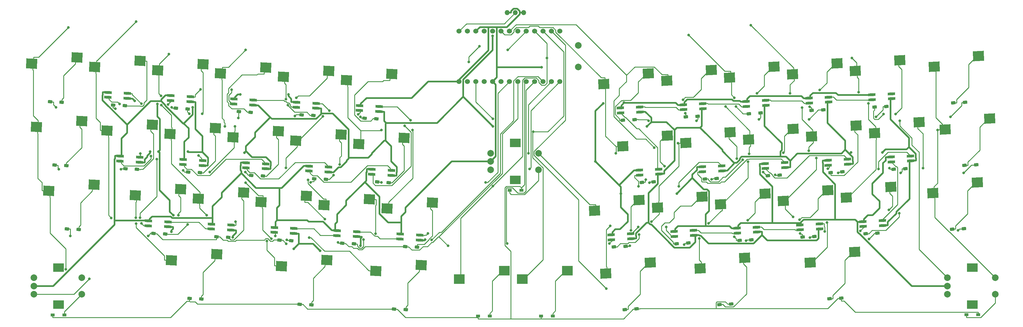
<source format=gbr>
G04 #@! TF.GenerationSoftware,KiCad,Pcbnew,(6.0.10)*
G04 #@! TF.CreationDate,2023-02-02T10:31:19+09:00*
G04 #@! TF.ProjectId,GT40,47543430-2e6b-4696-9361-645f70636258,rev?*
G04 #@! TF.SameCoordinates,Original*
G04 #@! TF.FileFunction,Copper,L2,Bot*
G04 #@! TF.FilePolarity,Positive*
%FSLAX46Y46*%
G04 Gerber Fmt 4.6, Leading zero omitted, Abs format (unit mm)*
G04 Created by KiCad (PCBNEW (6.0.10)) date 2023-02-02 10:31:19*
%MOMM*%
%LPD*%
G01*
G04 APERTURE LIST*
G04 Aperture macros list*
%AMRotRect*
0 Rectangle, with rotation*
0 The origin of the aperture is its center*
0 $1 length*
0 $2 width*
0 $3 Rotation angle, in degrees counterclockwise*
0 Add horizontal line*
21,1,$1,$2,0,0,$3*%
G04 Aperture macros list end*
G04 #@! TA.AperFunction,ComponentPad*
%ADD10C,2.000000*%
G04 #@! TD*
G04 #@! TA.AperFunction,ComponentPad*
%ADD11R,3.200000X2.500000*%
G04 #@! TD*
G04 #@! TA.AperFunction,SMDPad,CuDef*
%ADD12RotRect,3.300000X3.000000X183.000000*%
G04 #@! TD*
G04 #@! TA.AperFunction,SMDPad,CuDef*
%ADD13R,3.300000X3.000000*%
G04 #@! TD*
G04 #@! TA.AperFunction,SMDPad,CuDef*
%ADD14RotRect,3.300000X3.000000X177.000000*%
G04 #@! TD*
G04 #@! TA.AperFunction,SMDPad,CuDef*
%ADD15RotRect,2.200000X0.820000X357.000000*%
G04 #@! TD*
G04 #@! TA.AperFunction,SMDPad,CuDef*
%ADD16RotRect,1.300000X0.950000X3.000000*%
G04 #@! TD*
G04 #@! TA.AperFunction,SMDPad,CuDef*
%ADD17RotRect,1.300000X0.950000X357.000000*%
G04 #@! TD*
G04 #@! TA.AperFunction,SMDPad,CuDef*
%ADD18R,1.300000X0.950000*%
G04 #@! TD*
G04 #@! TA.AperFunction,SMDPad,CuDef*
%ADD19RotRect,2.200000X0.820000X3.000000*%
G04 #@! TD*
G04 #@! TA.AperFunction,ComponentPad*
%ADD20O,1.500000X1.500000*%
G04 #@! TD*
G04 #@! TA.AperFunction,ComponentPad*
%ADD21C,1.524000*%
G04 #@! TD*
G04 #@! TA.AperFunction,ViaPad*
%ADD22C,0.800000*%
G04 #@! TD*
G04 #@! TA.AperFunction,Conductor*
%ADD23C,0.250000*%
G04 #@! TD*
G04 #@! TA.AperFunction,Conductor*
%ADD24C,0.500000*%
G04 #@! TD*
G04 APERTURE END LIST*
D10*
X25837500Y-99425000D03*
X25837500Y-104425000D03*
X25837500Y-101925000D03*
D11*
X33337500Y-107525000D03*
X33337500Y-96325000D03*
D10*
X40337500Y-104425000D03*
X40337500Y-99425000D03*
D12*
X198752783Y-98113938D03*
X212201211Y-94865651D03*
X214401683Y-78217638D03*
X227850111Y-74969351D03*
X227314883Y-96617038D03*
X240763311Y-93368751D03*
X217189983Y-39919238D03*
X230638411Y-36670951D03*
X241966783Y-57696838D03*
X255415211Y-54448551D03*
X198166083Y-40916238D03*
X211614511Y-37667951D03*
X195404083Y-79213238D03*
X208852511Y-75964951D03*
X260606683Y-94872338D03*
X274055111Y-91624051D03*
X203918983Y-59690838D03*
X217367411Y-56442551D03*
X233451883Y-77219238D03*
X246900311Y-73970951D03*
X255211383Y-37926638D03*
X268659811Y-34678351D03*
X260964383Y-56701238D03*
X274412811Y-53452951D03*
X252475783Y-76222238D03*
X265924211Y-72973951D03*
X297657483Y-73854438D03*
X311105911Y-70606151D03*
X280014583Y-55702838D03*
X293463011Y-52454551D03*
X274235283Y-36929638D03*
X287683711Y-33681351D03*
X236187483Y-38923638D03*
X249635911Y-35675351D03*
X271499683Y-75225238D03*
X284948111Y-71976951D03*
X301416483Y-54581238D03*
X314864911Y-51332951D03*
D10*
X302062500Y-99425000D03*
X302062500Y-104425000D03*
X302062500Y-101925000D03*
D11*
X309562500Y-96325000D03*
X309562500Y-107525000D03*
D10*
X316562500Y-104425000D03*
X316562500Y-99425000D03*
D13*
X154475000Y-99813700D03*
X168075000Y-97273700D03*
X173525000Y-99813700D03*
X187125000Y-97273700D03*
D10*
X163950000Y-61793700D03*
X163950000Y-66793700D03*
X163950000Y-64293700D03*
D11*
X171450000Y-69893700D03*
X171450000Y-58693700D03*
D10*
X178450000Y-66793700D03*
X178450000Y-61793700D03*
D14*
X44245037Y-35719433D03*
X57959331Y-33894683D03*
X63268937Y-36716433D03*
X76983231Y-34891683D03*
X67027937Y-55989533D03*
X80742231Y-54164783D03*
X48004037Y-54992533D03*
X61718331Y-53167783D03*
X86051737Y-56986533D03*
X99766031Y-55161783D03*
X105075637Y-57983533D03*
X118789931Y-56158783D03*
X56518937Y-74514933D03*
X70233231Y-72690183D03*
X124099537Y-58980533D03*
X137813831Y-57155783D03*
X25221137Y-34722433D03*
X38935431Y-32897683D03*
X101316737Y-38710433D03*
X115031031Y-36885683D03*
X113590637Y-77505933D03*
X127304931Y-75681183D03*
X120343737Y-39707533D03*
X134058031Y-37882783D03*
X30361137Y-73144033D03*
X44075431Y-71319283D03*
X75542837Y-75511933D03*
X89257131Y-73687183D03*
X82292837Y-37713433D03*
X96007131Y-35888683D03*
X94566737Y-76508933D03*
X108281031Y-74684183D03*
X132614537Y-78502933D03*
X146328831Y-76678183D03*
X129239537Y-97402233D03*
X142953831Y-95577483D03*
X100703737Y-95906733D03*
X114418031Y-94081983D03*
X26602137Y-53870933D03*
X40316431Y-52046183D03*
X67411837Y-94161933D03*
X81126131Y-92337183D03*
D12*
X298041483Y-35682038D03*
X311489911Y-32433751D03*
X222942883Y-58693838D03*
X236391311Y-55445551D03*
D15*
X57873409Y-62996519D03*
X51981495Y-62687736D03*
X51902991Y-64185681D03*
X57794905Y-64494464D03*
D16*
X239253833Y-88134496D03*
X242798967Y-87948704D03*
D17*
X106848033Y-50221504D03*
X110393167Y-50407296D03*
D18*
X169691200Y-73031000D03*
X173241200Y-73031000D03*
D16*
X258275733Y-87139896D03*
X261820867Y-86954104D03*
D19*
X290893805Y-62622536D03*
X285001891Y-62931319D03*
X285080395Y-64429264D03*
X290972309Y-64120481D03*
D18*
X31562500Y-110649600D03*
X35112500Y-110649600D03*
D15*
X123475009Y-85506319D03*
X117583095Y-85197536D03*
X117504591Y-86695481D03*
X123396505Y-87004264D03*
D16*
X280033333Y-47845496D03*
X283578467Y-47659704D03*
D17*
X129632333Y-70490304D03*
X133177467Y-70676096D03*
D15*
X114965609Y-65990919D03*
X109073695Y-65682136D03*
X108995191Y-67180081D03*
X114887105Y-67488864D03*
D17*
X125884033Y-51210804D03*
X129429167Y-51396596D03*
D15*
X73158909Y-44721319D03*
X67266995Y-44412536D03*
X67188491Y-45910481D03*
X73080405Y-46219264D03*
D16*
X220203033Y-89133496D03*
X223748167Y-88947704D03*
X303463533Y-84766796D03*
X307008667Y-84581004D03*
D10*
X190500000Y-29250000D03*
X190500000Y-35750000D03*
D19*
X252845905Y-64616136D03*
X246953991Y-64924919D03*
X247032495Y-66422864D03*
X252924409Y-66114081D03*
X247073905Y-45841936D03*
X241181991Y-46150719D03*
X241260495Y-47648664D03*
X247152409Y-47339881D03*
D15*
X54167609Y-43724819D03*
X48275695Y-43416036D03*
X48197191Y-44913981D03*
X54089105Y-45222764D03*
D16*
X204557933Y-109033996D03*
X208103067Y-108848204D03*
D17*
X81110533Y-87019204D03*
X84655667Y-87204996D03*
D19*
X244333105Y-84138236D03*
X238441191Y-84447019D03*
X238519695Y-85944964D03*
X244411609Y-85636181D03*
D16*
X233114733Y-107532396D03*
X236659867Y-107346604D03*
D20*
X171450000Y-19350000D03*
X168950000Y-19350000D03*
X173950000Y-19350000D03*
D16*
X266762033Y-67617696D03*
X270307167Y-67431904D03*
D19*
X206293605Y-86140036D03*
X200401691Y-86448819D03*
X200480195Y-87946764D03*
X206372109Y-87637981D03*
D18*
X160156100Y-111031300D03*
X163706100Y-111031300D03*
D19*
X233825805Y-65612636D03*
X227933891Y-65921419D03*
X228012395Y-67419364D03*
X233904309Y-67110581D03*
D17*
X32120333Y-65382404D03*
X35665467Y-65568196D03*
D19*
X214798105Y-66610336D03*
X208906191Y-66919119D03*
X208984695Y-68417064D03*
X214876609Y-68108281D03*
D16*
X277299633Y-86142196D03*
X280844767Y-85956404D03*
D17*
X134771733Y-108909504D03*
X138316867Y-109095296D03*
D16*
X228746533Y-69608896D03*
X232291667Y-69423104D03*
D15*
X76917909Y-64001819D03*
X71025995Y-63693036D03*
X70947491Y-65190981D03*
X76839405Y-65499764D03*
X104456709Y-84520619D03*
X98564795Y-84211836D03*
X98486291Y-85709781D03*
X104378205Y-86018564D03*
D17*
X68801133Y-48223004D03*
X72346267Y-48408796D03*
X49809833Y-47226504D03*
X53354967Y-47412296D03*
D16*
X209718833Y-70606596D03*
X213263967Y-70420804D03*
D19*
X266091605Y-44843436D03*
X260199691Y-45152219D03*
X260278195Y-46650164D03*
X266170109Y-46341381D03*
D16*
X266411633Y-105787296D03*
X269956767Y-105601504D03*
D15*
X92182809Y-45725819D03*
X86290895Y-45417036D03*
X86212391Y-46914981D03*
X92104305Y-47223764D03*
D19*
X271841305Y-63621436D03*
X265949391Y-63930219D03*
X266027895Y-65428164D03*
X271919809Y-65119381D03*
X225282305Y-85137236D03*
X219390391Y-85446019D03*
X219468895Y-86943964D03*
X225360809Y-86635181D03*
D15*
X130241809Y-47709119D03*
X124349895Y-47400336D03*
X124271391Y-48898281D03*
X130163305Y-49207064D03*
D17*
X110607833Y-69492604D03*
X114152967Y-69678396D03*
D15*
X95941709Y-64993119D03*
X90049795Y-64684336D03*
X89971291Y-66182281D03*
X95863205Y-66491064D03*
D18*
X179190200Y-111021400D03*
X182740200Y-111021400D03*
D17*
X35891333Y-84652304D03*
X39436467Y-84838096D03*
D16*
X261012333Y-48839696D03*
X264557467Y-48653904D03*
D21*
X156972000Y-40156400D03*
X159512000Y-40156400D03*
X162052000Y-40156400D03*
X164592000Y-40156400D03*
X167132000Y-40156400D03*
X169672000Y-40156400D03*
X172212000Y-40156400D03*
X174752000Y-40156400D03*
X177292000Y-40156400D03*
X179832000Y-40156400D03*
X182372000Y-40156400D03*
X184912000Y-40156400D03*
X184912000Y-24936400D03*
X182372000Y-24936400D03*
X179832000Y-24936400D03*
X177292000Y-24936400D03*
X174752000Y-24936400D03*
X172212000Y-24936400D03*
X169672000Y-24936400D03*
X167132000Y-24936400D03*
X164592000Y-24936400D03*
X162052000Y-24936400D03*
X159512000Y-24936400D03*
X156972000Y-24936400D03*
X154432000Y-24936400D03*
X154432000Y-40156400D03*
D19*
X282378905Y-82145936D03*
X276486991Y-82454719D03*
X276565495Y-83952664D03*
X282457409Y-83643881D03*
X263355005Y-83143636D03*
X257463091Y-83452419D03*
X257541595Y-84950364D03*
X263433509Y-84641581D03*
D17*
X62051133Y-86035804D03*
X65596267Y-86221596D03*
X91583933Y-68494804D03*
X95129067Y-68680596D03*
X138159833Y-90035104D03*
X141704967Y-90220896D03*
D19*
X285112605Y-43849236D03*
X279220691Y-44158019D03*
X279299195Y-45655964D03*
X285191109Y-45347181D03*
D15*
X133990109Y-66988619D03*
X128098195Y-66679836D03*
X128019691Y-68177781D03*
X133911605Y-68486564D03*
D16*
X285814533Y-66618796D03*
X289359667Y-66433004D03*
X201214333Y-90136296D03*
X204759467Y-89950504D03*
D17*
X72560133Y-67503504D03*
X76105267Y-67689296D03*
D16*
X247766633Y-68612396D03*
X251311767Y-68426604D03*
D17*
X30747433Y-46234304D03*
X34292567Y-46420096D03*
X87825033Y-49227504D03*
X91370167Y-49413296D03*
D15*
X85468309Y-83517519D03*
X79576395Y-83208736D03*
X79497891Y-84706681D03*
X85389805Y-85015464D03*
D17*
X100098933Y-88022304D03*
X103644067Y-88208096D03*
D15*
X66408909Y-82534119D03*
X60516995Y-82225336D03*
X60438491Y-83723281D03*
X66330405Y-84032064D03*
D17*
X72944033Y-105666704D03*
X76489167Y-105852496D03*
D16*
X307219633Y-65496896D03*
X310764767Y-65311104D03*
D17*
X119117233Y-89008004D03*
X122662367Y-89193796D03*
D16*
X203956233Y-51827296D03*
X207501367Y-51641504D03*
X222992233Y-50832196D03*
X226537367Y-50646404D03*
X241994633Y-49838196D03*
X245539767Y-49652404D03*
X303842533Y-46594696D03*
X307387667Y-46408904D03*
D15*
X142517609Y-86533419D03*
X136625695Y-86224636D03*
X136547191Y-87722581D03*
X142439105Y-88031364D03*
D19*
X209035505Y-47831036D03*
X203143591Y-48139819D03*
X203222095Y-49637764D03*
X209114009Y-49328981D03*
D17*
X53515633Y-66498204D03*
X57060767Y-66683996D03*
D15*
X111205809Y-46719819D03*
X105313895Y-46411036D03*
X105235391Y-47908981D03*
X111127305Y-48217764D03*
D19*
X228071505Y-46835936D03*
X222179591Y-47144719D03*
X222258095Y-48642664D03*
X228150009Y-48333881D03*
D18*
X307787500Y-110621700D03*
X311337500Y-110621700D03*
D17*
X106235933Y-107425104D03*
X109781067Y-107610896D03*
D22*
X50475800Y-48343300D03*
X104754100Y-50548100D03*
X211681600Y-51972400D03*
X245090200Y-51538900D03*
X226198000Y-51972400D03*
X67494300Y-47942100D03*
X302986600Y-50810000D03*
X124556500Y-50845700D03*
X260229200Y-51538900D03*
X87640100Y-51143300D03*
X32539800Y-47952800D03*
X280428200Y-50810000D03*
X162452900Y-70610000D03*
X287944600Y-67750300D03*
X52215100Y-66650000D03*
X33387900Y-66650000D03*
X71007300Y-67006700D03*
X269018900Y-67750300D03*
X109490400Y-70610000D03*
X250000200Y-68308100D03*
X230757200Y-69724800D03*
X130908500Y-70610000D03*
X89803500Y-67517000D03*
X306950100Y-67750300D03*
X211956900Y-70689000D03*
X60400200Y-86795300D03*
X241217100Y-88234100D03*
X36879200Y-86795300D03*
X102181700Y-89142600D03*
X222461700Y-89435000D03*
X260494500Y-87264800D03*
X206077500Y-89784000D03*
X117817000Y-88724400D03*
X151053000Y-89784000D03*
X278315700Y-87749400D03*
X305248500Y-85064500D03*
X72315500Y-83348100D03*
X69537600Y-80503000D03*
X72841600Y-49904800D03*
X76729900Y-49904800D03*
X113848600Y-81742400D03*
X102340600Y-88006000D03*
X105226900Y-45046900D03*
X102641200Y-47262300D03*
X118326400Y-65191500D03*
X116441000Y-68455200D03*
X125534100Y-87870300D03*
X129182200Y-86099600D03*
X216577400Y-65752700D03*
X210891600Y-69795000D03*
X208796700Y-86408600D03*
X206392300Y-85071500D03*
X222824600Y-49716700D03*
X222091100Y-45607700D03*
X240156700Y-63747900D03*
X238426200Y-63442800D03*
X238101200Y-47685600D03*
X244446300Y-43714600D03*
X246340400Y-67504000D03*
X252451600Y-61648400D03*
X241692000Y-82028900D03*
X237645500Y-87036300D03*
X260370700Y-47724200D03*
X263470800Y-42717000D03*
X257329800Y-81917100D03*
X257516700Y-86024400D03*
X286390500Y-49977100D03*
X282720400Y-49977100D03*
X284523100Y-66320600D03*
X294645700Y-66320600D03*
X287513600Y-79895000D03*
X284319100Y-78946100D03*
X195655500Y-64293700D03*
X73858900Y-47902200D03*
X102823400Y-44055700D03*
X220261200Y-73971400D03*
X203297100Y-73971400D03*
X179400000Y-35800000D03*
X88303800Y-44055700D03*
X197956100Y-46769700D03*
X204246800Y-46521600D03*
X60997200Y-61273100D03*
X211247900Y-53674100D03*
X72442000Y-61273100D03*
X282402300Y-61601100D03*
X68025000Y-80566000D03*
X144186700Y-87930600D03*
X124613400Y-89779800D03*
X164592000Y-26368900D03*
X272940100Y-61601100D03*
X112388600Y-91248600D03*
X67480500Y-85513300D03*
X63584400Y-61273100D03*
X104469400Y-90672000D03*
X85957500Y-87221300D03*
X89524900Y-61610200D03*
X56387400Y-46011400D03*
X164635700Y-53674100D03*
X63200300Y-46946100D03*
X58410100Y-46861500D03*
X66454000Y-47059200D03*
X51761200Y-46928700D03*
X85642800Y-42636100D03*
X76260900Y-42512300D03*
X115179500Y-48934900D03*
X123932700Y-50025000D03*
X137971100Y-53536300D03*
X139707900Y-51799500D03*
X61285600Y-62652100D03*
X75661800Y-62463700D03*
X57925000Y-81263500D03*
X58071100Y-61929100D03*
X58415300Y-83014100D03*
X63008300Y-63629300D03*
X86789100Y-82490000D03*
X98889200Y-86791900D03*
X145017200Y-86022300D03*
X199825000Y-89044500D03*
X208543700Y-84074700D03*
X217025300Y-84074700D03*
X275703500Y-85228900D03*
X264974300Y-85461500D03*
X265892700Y-66507000D03*
X281260700Y-66539300D03*
X220822400Y-71789200D03*
X208691400Y-71789200D03*
X36288900Y-23784100D03*
X201803500Y-61793700D03*
X35547500Y-96901800D03*
X168991500Y-89044500D03*
X146093800Y-88015600D03*
X42655700Y-99707600D03*
X220578400Y-58730000D03*
X49276600Y-81358700D03*
X212601300Y-82499500D03*
X200102100Y-83767800D03*
X56749400Y-83029400D03*
X56749400Y-22037500D03*
X213419100Y-60108700D03*
X56722900Y-81264100D03*
X234996700Y-47685600D03*
X237619700Y-45021700D03*
X242140700Y-61982300D03*
X64363600Y-47220100D03*
X229857600Y-82981300D03*
X66690400Y-31852000D03*
X223810600Y-26073800D03*
X64300400Y-44458000D03*
X96301400Y-88316600D03*
X227071700Y-87565500D03*
X241805000Y-64336500D03*
X78147200Y-80542100D03*
X109138200Y-87280800D03*
X86652400Y-53681000D03*
X265676200Y-82745700D03*
X262419800Y-63247400D03*
X242643800Y-23090000D03*
X79017100Y-67495500D03*
X258120700Y-48043000D03*
X83581900Y-53681000D03*
X254509400Y-43718000D03*
X97691800Y-87655300D03*
X89904000Y-30575200D03*
X169113200Y-30575200D03*
X89908200Y-70701400D03*
X255433900Y-81057700D03*
X260185700Y-61013300D03*
X164658400Y-71731000D03*
X113214600Y-50665500D03*
X278195300Y-46734000D03*
X273164400Y-33046600D03*
X180947700Y-33046600D03*
X102110100Y-66208400D03*
X108780300Y-69884800D03*
X102069700Y-45438200D03*
X275201800Y-43367100D03*
X176866300Y-55337000D03*
X140322600Y-54770000D03*
X130952200Y-54770000D03*
X299048700Y-54770000D03*
X175369200Y-61793700D03*
X175732500Y-66539900D03*
X287621600Y-51955000D03*
X164613700Y-51387300D03*
X198926500Y-102698600D03*
X157400000Y-34200000D03*
X160600000Y-29500000D03*
D23*
X245584300Y-50502500D02*
X245539800Y-50547000D01*
X226537400Y-50646400D02*
X226581900Y-51496500D01*
X226198000Y-51972400D02*
X226537400Y-51633000D01*
X306372000Y-47424600D02*
X302986600Y-50810000D01*
X105832400Y-50168300D02*
X105133900Y-50168300D01*
X49809800Y-47226500D02*
X49765300Y-48076600D01*
X87780500Y-51002900D02*
X87640100Y-51143300D01*
X263541800Y-48707100D02*
X263541800Y-48707000D01*
X280428200Y-50810000D02*
X282562800Y-48675400D01*
X106848000Y-50221500D02*
X105832400Y-50168300D01*
X226537400Y-51633000D02*
X226537400Y-51541000D01*
X50475800Y-48343300D02*
X50209100Y-48076600D01*
X208517000Y-51588300D02*
X208517000Y-51588400D01*
X282562800Y-48675400D02*
X282562800Y-47712900D01*
X125884000Y-51210800D02*
X124868400Y-51157600D01*
X226537400Y-51541000D02*
X226581900Y-51496500D01*
X31763100Y-47176100D02*
X32539800Y-47952800D01*
X87825000Y-49227500D02*
X87780500Y-50077600D01*
X264557500Y-48653900D02*
X263541800Y-48707100D01*
X50209100Y-48076600D02*
X49765300Y-48076600D01*
X263541800Y-48707000D02*
X263061100Y-48707000D01*
X31763100Y-46287500D02*
X31763100Y-47176100D01*
X30747400Y-46234300D02*
X31763100Y-46287500D01*
X245539800Y-51089300D02*
X245090200Y-51538900D01*
X306372000Y-46462100D02*
X306372000Y-47424600D01*
X207501400Y-51641500D02*
X208517000Y-51588300D01*
X245539800Y-50547000D02*
X245539800Y-51089300D01*
X208570100Y-51641500D02*
X211350700Y-51641500D01*
X67494300Y-47942100D02*
X67557800Y-47942100D01*
X307387700Y-46408900D02*
X306372000Y-46462100D01*
X283578500Y-47659700D02*
X282562800Y-47712900D01*
X67557800Y-47942100D02*
X67785500Y-48169800D01*
X105133900Y-50168300D02*
X104754100Y-50548100D01*
X263061100Y-48707000D02*
X260229200Y-51538900D01*
X208517000Y-51588400D02*
X208570100Y-51641500D01*
X68801100Y-48223000D02*
X67785500Y-48169800D01*
X245539800Y-49652400D02*
X245584300Y-50502500D01*
X124868400Y-51157600D02*
X124556500Y-50845700D01*
X211350700Y-51641500D02*
X211681600Y-51972400D01*
X87780500Y-50077600D02*
X87780500Y-51002900D01*
X34851100Y-38356400D02*
X38383800Y-34823700D01*
X38486000Y-32874100D02*
X38383900Y-34823700D01*
X34851100Y-45056100D02*
X34851100Y-38356400D01*
X34292600Y-46420100D02*
X34337100Y-45570000D01*
X38383800Y-34823700D02*
X38383900Y-34823700D01*
X34337100Y-45570000D02*
X34337200Y-45570000D01*
X34337200Y-45570000D02*
X34851100Y-45056100D01*
X231271800Y-69480500D02*
X231001500Y-69480500D01*
X72560100Y-67503500D02*
X71544500Y-67450300D01*
X310764800Y-65311100D02*
X309749100Y-65364300D01*
X130714500Y-70610000D02*
X130908500Y-70610000D01*
X309336200Y-65364200D02*
X306950100Y-67750300D01*
X163059700Y-70610000D02*
X162452900Y-70610000D01*
X91583900Y-68494800D02*
X90568300Y-68441600D01*
X269291500Y-67485100D02*
X269241100Y-67535500D01*
X251311800Y-68426600D02*
X250296100Y-68479800D01*
X71544500Y-67450400D02*
X71544500Y-67450300D01*
X71451000Y-67450400D02*
X71544500Y-67450400D01*
X211956900Y-70689000D02*
X212033300Y-70689000D01*
X52500000Y-66445000D02*
X52500000Y-66445100D01*
X269233700Y-67535500D02*
X269018900Y-67750300D01*
X71007300Y-67006700D02*
X71451000Y-67450400D01*
X166134200Y-43694200D02*
X166134200Y-67535500D01*
X232291700Y-69423100D02*
X231276000Y-69476300D01*
X130648000Y-70543500D02*
X130714500Y-70610000D01*
X166134200Y-67535500D02*
X163059700Y-70610000D01*
X231001500Y-69480500D02*
X230757200Y-69724800D01*
X250124500Y-68308100D02*
X250296100Y-68479700D01*
X288344000Y-67350900D02*
X287944600Y-67750300D01*
X250000200Y-68308100D02*
X250124500Y-68308100D01*
X52500000Y-66445100D02*
X52295100Y-66650000D01*
X52295100Y-66650000D02*
X52215100Y-66650000D01*
X212033300Y-70689000D02*
X212248300Y-70474000D01*
X231276000Y-69476300D02*
X231271800Y-69480500D01*
X169672000Y-40156400D02*
X166134200Y-43694200D01*
X33136000Y-66398100D02*
X33387900Y-66650000D01*
X90568300Y-68281800D02*
X89803500Y-67517000D01*
X269241100Y-67535500D02*
X269233700Y-67535500D01*
X90568300Y-68441600D02*
X90568300Y-68281800D01*
X288344000Y-66486200D02*
X288344000Y-67350900D01*
X32120300Y-65382400D02*
X33136000Y-65435600D01*
X109757700Y-70342700D02*
X110563300Y-70342700D01*
X129632300Y-70490300D02*
X130648000Y-70543500D01*
X250296100Y-68479700D02*
X250296100Y-68479800D01*
X33136000Y-65435600D02*
X33136000Y-66398100D01*
X309749100Y-65364300D02*
X309749100Y-65364200D01*
X110607800Y-69492600D02*
X110563300Y-70342700D01*
X289359700Y-66433000D02*
X288344000Y-66486200D01*
X270307200Y-67431900D02*
X269291500Y-67485100D01*
X309749100Y-65364200D02*
X309336200Y-65364200D01*
X53515600Y-66498200D02*
X52500000Y-66445000D01*
X109490400Y-70610000D02*
X109757700Y-70342700D01*
X213264000Y-70420800D02*
X212248300Y-70474000D01*
X35710000Y-64718100D02*
X35710100Y-64718100D01*
X40339800Y-54547100D02*
X39764900Y-53972200D01*
X40339800Y-60088400D02*
X40339800Y-54547100D01*
X35710100Y-64718100D02*
X40339800Y-60088400D01*
X39867000Y-52022600D02*
X39764900Y-53972200D01*
X35665500Y-65568200D02*
X35710000Y-64718100D01*
X117817000Y-88724400D02*
X117871200Y-88724400D01*
X84267800Y-88078200D02*
X84605400Y-88415800D01*
X279829100Y-86236000D02*
X278315700Y-87749400D01*
X61035500Y-86160000D02*
X60400200Y-86795300D01*
X81110500Y-87019200D02*
X82126200Y-87072400D01*
X124126600Y-90955000D02*
X125100300Y-90955000D01*
X167489000Y-56006800D02*
X167489000Y-67874800D01*
X96001200Y-87591500D02*
X96601800Y-87591500D01*
X140144500Y-91057300D02*
X142479100Y-91057300D01*
X305993000Y-84634100D02*
X305678900Y-84634100D01*
X137091100Y-90035100D02*
X137144200Y-89982000D01*
X119117200Y-89008000D02*
X120132900Y-89061200D01*
X205775100Y-89897300D02*
X205888400Y-89784000D01*
X280844800Y-85956400D02*
X279829100Y-86009600D01*
X305993000Y-84634200D02*
X305993000Y-84634100D01*
X82126200Y-87072400D02*
X83132000Y-88078200D01*
X144891900Y-89988300D02*
X146139500Y-88740700D01*
X122475900Y-90485200D02*
X123656800Y-90485200D01*
X126020200Y-90035100D02*
X137091100Y-90035100D01*
X143548100Y-89988300D02*
X144891900Y-89988300D01*
X123656800Y-90485200D02*
X124126600Y-90955000D01*
X64847100Y-87869300D02*
X63066800Y-86089000D01*
X81066000Y-87869300D02*
X64847100Y-87869300D01*
X100098900Y-88022300D02*
X99083300Y-87969100D01*
X172212000Y-51283800D02*
X167489000Y-56006800D01*
X122025800Y-90035100D02*
X122475900Y-90485200D01*
X146394200Y-88740700D02*
X148087500Y-87047400D01*
X138159800Y-90035100D02*
X137144200Y-89981900D01*
X204759500Y-89950500D02*
X205775100Y-89897300D01*
X305678900Y-84634100D02*
X305248500Y-85064500D01*
X139175500Y-90088300D02*
X140144500Y-91057300D01*
X148316400Y-87047400D02*
X151053000Y-89784000D01*
X222461700Y-89435000D02*
X222732500Y-89164200D01*
X119117200Y-89008000D02*
X118101600Y-88954800D01*
X117871200Y-88724400D02*
X118101600Y-88954800D01*
X172212000Y-40156400D02*
X172212000Y-51283800D01*
X99083300Y-87969200D02*
X99083300Y-87969100D01*
X260547700Y-87264800D02*
X260805200Y-87007300D01*
X125100300Y-90955000D02*
X126020200Y-90035100D01*
X142479100Y-91057300D02*
X143548100Y-89988300D01*
X62051100Y-86035800D02*
X61035500Y-85982600D01*
X98403400Y-87969200D02*
X99083300Y-87969200D01*
X222732500Y-89164200D02*
X222732500Y-89000900D01*
X62051100Y-86035800D02*
X63066800Y-86089000D01*
X96980300Y-87969200D02*
X97391500Y-88380400D01*
X137144200Y-89982000D02*
X137144200Y-89981900D01*
X36907000Y-85418500D02*
X36879200Y-85446300D01*
X83132000Y-88078200D02*
X84267800Y-88078200D01*
X260494500Y-87264800D02*
X260547700Y-87264800D01*
X121106800Y-90035100D02*
X122025800Y-90035100D01*
X100098900Y-88022300D02*
X101114600Y-88075500D01*
X146139500Y-88740700D02*
X146394200Y-88740700D01*
X35891300Y-84652300D02*
X36907000Y-84705500D01*
X242799000Y-87948700D02*
X241783300Y-88001900D01*
X148087500Y-87047400D02*
X148316400Y-87047400D01*
X61035500Y-85982600D02*
X61035500Y-86160000D01*
X87094300Y-88078200D02*
X95514500Y-88078200D01*
X167489000Y-67874800D02*
X148316400Y-87047400D01*
X84605400Y-88415800D02*
X86756700Y-88415800D01*
X279829100Y-86009600D02*
X279829100Y-86236000D01*
X81110500Y-87019200D02*
X81066000Y-87869300D01*
X36879200Y-85446300D02*
X36879200Y-86795300D01*
X97391500Y-88380400D02*
X97992200Y-88380400D01*
X223748200Y-88947700D02*
X222732500Y-89000900D01*
X205888400Y-89784000D02*
X206077500Y-89784000D01*
X241783300Y-88001900D02*
X241783300Y-88001800D01*
X97992200Y-88380400D02*
X98403400Y-87969200D01*
X36907000Y-84705500D02*
X36907000Y-85418500D01*
X138159800Y-90035100D02*
X139175500Y-90088300D01*
X96601800Y-87591500D02*
X96979500Y-87969200D01*
X261820900Y-86954100D02*
X260805200Y-87007300D01*
X307008700Y-84581000D02*
X305993000Y-84634200D01*
X241783300Y-88001800D02*
X241449400Y-88001800D01*
X101114600Y-88075500D02*
X102181700Y-89142600D01*
X120132900Y-89061200D02*
X121106800Y-90035100D01*
X86756700Y-88415800D02*
X87094300Y-88078200D01*
X241449400Y-88001800D02*
X241217100Y-88234100D01*
X95514500Y-88078200D02*
X96001200Y-87591500D01*
X96979500Y-87969200D02*
X96980300Y-87969200D01*
X39436500Y-84838100D02*
X39481000Y-83988000D01*
X39991100Y-76778000D02*
X43523800Y-73245300D01*
X39481000Y-83988000D02*
X39481100Y-83988000D01*
X39481100Y-83988000D02*
X39991100Y-83478000D01*
X43523800Y-73245300D02*
X43523900Y-73245300D01*
X39991100Y-83478000D02*
X39991100Y-76778000D01*
X43626000Y-71295700D02*
X43523900Y-73245300D01*
X31562500Y-110649600D02*
X31562500Y-111449700D01*
X74648000Y-106686100D02*
X75333900Y-107372000D01*
X75333900Y-107372000D02*
X105220300Y-107372000D01*
X174194000Y-40714400D02*
X174194000Y-71278100D01*
X160156100Y-111031300D02*
X160156100Y-111431300D01*
X170040300Y-111831400D02*
X170050200Y-111821500D01*
X168265900Y-72221600D02*
X168265900Y-89667600D01*
X133756100Y-108856400D02*
X133756100Y-108856300D01*
X208103100Y-108848200D02*
X207087400Y-108901400D01*
X174194000Y-71278100D02*
X173241200Y-72230900D01*
X67161000Y-111449700D02*
X72093900Y-106516800D01*
X274176900Y-109821600D02*
X270806900Y-106451600D01*
X172791100Y-71780800D02*
X168706700Y-71780800D01*
X179190200Y-111021400D02*
X179190200Y-111821500D01*
X107251600Y-107478300D02*
X108629700Y-108856400D01*
X160156100Y-111431300D02*
X160156100Y-111831400D01*
X179190200Y-111821500D02*
X204167300Y-111821500D01*
X270806900Y-106451600D02*
X270001300Y-106451600D01*
X232339600Y-106656800D02*
X232083300Y-106913100D01*
X72900900Y-106489700D02*
X73097300Y-106686100D01*
X134771700Y-108909500D02*
X135787400Y-108962700D01*
X168265900Y-89667600D02*
X170050200Y-91451900D01*
X235644200Y-107399700D02*
X234901300Y-106656800D01*
X160156100Y-111831400D02*
X170040300Y-111831400D01*
X234901300Y-106656800D02*
X232339600Y-106656800D01*
X269956800Y-105601500D02*
X268941100Y-105654700D01*
X138256000Y-111431300D02*
X135787400Y-108962700D01*
X311337500Y-109821600D02*
X274176900Y-109821600D01*
X168706700Y-71780800D02*
X168265900Y-72221600D01*
X160156100Y-111431300D02*
X138256000Y-111431300D01*
X106235900Y-107425100D02*
X107251600Y-107478300D01*
X209118700Y-108795000D02*
X209206300Y-108707400D01*
X134771700Y-108909500D02*
X133756100Y-108856300D01*
X72900900Y-106489600D02*
X72900900Y-106489700D01*
X232083300Y-106913100D02*
X232083300Y-108707400D01*
X170050200Y-91451900D02*
X170050200Y-111821500D01*
X31562500Y-111449700D02*
X67161000Y-111449700D01*
X265888400Y-108707400D02*
X268941100Y-105654700D01*
X108629700Y-108856400D02*
X133756100Y-108856400D01*
X232083300Y-108707400D02*
X265888400Y-108707400D01*
X170050200Y-111821500D02*
X179190200Y-111821500D01*
X174752000Y-40156400D02*
X174194000Y-40714400D01*
X311337500Y-110621700D02*
X311337500Y-109821600D01*
X235644200Y-107399800D02*
X235644200Y-107399700D01*
X106235900Y-107425100D02*
X105220300Y-107371900D01*
X173241200Y-73031000D02*
X173241200Y-72230900D01*
X236659900Y-107346600D02*
X235644200Y-107399800D01*
X209206300Y-108707400D02*
X232083300Y-108707400D01*
X208103100Y-108848200D02*
X209118700Y-108795000D01*
X105220300Y-107372000D02*
X105220300Y-107371900D01*
X72944000Y-105666700D02*
X72900900Y-106489600D01*
X204167300Y-111821500D02*
X207087400Y-108901400D01*
X269956800Y-105601500D02*
X270001300Y-106451600D01*
X173241200Y-72230900D02*
X172791100Y-71780800D01*
X73097300Y-106686100D02*
X74648000Y-106686100D01*
X72900900Y-106489600D02*
X72899500Y-106516800D01*
X72093900Y-106516800D02*
X72899500Y-106516800D01*
X35112500Y-109650000D02*
X40337500Y-104425000D01*
X35112500Y-110649600D02*
X35112500Y-109650000D01*
X57509900Y-33871100D02*
X60027300Y-34002900D01*
X59992200Y-45691800D02*
X59992200Y-35664700D01*
X58710500Y-47586600D02*
X59135200Y-47161900D01*
X59992200Y-35664700D02*
X60027300Y-35629600D01*
X54370600Y-47465400D02*
X57988600Y-47465400D01*
X58109800Y-47586600D02*
X58710500Y-47586600D01*
X53355000Y-47412300D02*
X54370600Y-47465500D01*
X59135200Y-46548800D02*
X59992200Y-45691800D01*
X59135200Y-47161900D02*
X59135200Y-46548800D01*
X57988600Y-47465400D02*
X58109800Y-47586600D01*
X54370600Y-47465500D02*
X54370600Y-47465400D01*
X60027300Y-35629600D02*
X60027300Y-34002900D01*
X58777400Y-66684000D02*
X62041100Y-63420300D01*
X61268900Y-53144200D02*
X61166800Y-55093800D01*
X57060800Y-66684000D02*
X58076400Y-66737200D01*
X58076400Y-66737200D02*
X58076400Y-66737100D01*
X58129500Y-66684000D02*
X58777400Y-66684000D01*
X62041100Y-55968100D02*
X61166800Y-55093800D01*
X58076400Y-66737100D02*
X58129500Y-66684000D01*
X62041100Y-63420300D02*
X62041100Y-55968100D01*
X65596300Y-86221600D02*
X66611900Y-86274800D01*
X70224000Y-79346100D02*
X69537600Y-80032500D01*
X69783800Y-72666600D02*
X69681700Y-74616200D01*
X66611900Y-86274800D02*
X69388800Y-86274800D01*
X70224000Y-75158500D02*
X70224000Y-79346100D01*
X69388800Y-86274800D02*
X72315500Y-83348100D01*
X69537600Y-80032500D02*
X69537600Y-80503000D01*
X69681700Y-74616200D02*
X70224000Y-75158500D01*
X77041800Y-104494400D02*
X77041800Y-97795900D01*
X80676700Y-92313600D02*
X80574600Y-94263200D01*
X77041800Y-97795900D02*
X80574500Y-94263200D01*
X80574500Y-94263200D02*
X80574600Y-94263200D01*
X76533800Y-105002400D02*
X77041800Y-104494400D01*
X76533700Y-105002400D02*
X76533800Y-105002400D01*
X76489200Y-105852500D02*
X76533700Y-105002400D01*
X72346300Y-49409500D02*
X72841600Y-49904800D01*
X77026100Y-37412100D02*
X77026100Y-49608600D01*
X76533800Y-34868100D02*
X76431700Y-36817700D01*
X76431700Y-36817700D02*
X77026100Y-37412100D01*
X77026100Y-49608600D02*
X76729900Y-49904800D01*
X72346300Y-49303400D02*
X72346300Y-49409500D01*
X72301800Y-49258900D02*
X72346300Y-49303400D01*
X72346300Y-48408800D02*
X72301800Y-49258900D01*
X80746700Y-56646800D02*
X80190700Y-56090800D01*
X76105300Y-67689300D02*
X77120900Y-67742500D01*
X80746700Y-64091300D02*
X80746700Y-56646800D01*
X77120900Y-67742500D02*
X77120900Y-67717100D01*
X80292800Y-54141200D02*
X80190700Y-56090800D01*
X77120900Y-67717100D02*
X80746700Y-64091300D01*
X85416300Y-87965600D02*
X86345100Y-87965600D01*
X86345100Y-87965600D02*
X89300100Y-85010600D01*
X84655700Y-87205000D02*
X85416300Y-87965600D01*
X88807700Y-73663600D02*
X88705600Y-75613200D01*
X89300100Y-76207700D02*
X88705600Y-75613200D01*
X89300100Y-85010600D02*
X89300100Y-76207700D01*
X113866400Y-96008000D02*
X113866500Y-96008000D01*
X109825700Y-106760800D02*
X110333700Y-106252800D01*
X109825600Y-106760800D02*
X109825700Y-106760800D01*
X110333700Y-106252800D02*
X110333700Y-99540700D01*
X110333700Y-99540700D02*
X113866400Y-96008000D01*
X109781100Y-107610900D02*
X109825600Y-106760800D01*
X113968600Y-94058400D02*
X113866500Y-96008000D01*
X88813300Y-38151000D02*
X84747200Y-42217100D01*
X85754900Y-48393900D02*
X89388300Y-48393900D01*
X95455600Y-37814700D02*
X93608100Y-37814700D01*
X84297100Y-46170700D02*
X84747200Y-46620800D01*
X91370200Y-49413300D02*
X90354500Y-49360100D01*
X89388300Y-48393900D02*
X90354500Y-49360100D01*
X93608100Y-37814700D02*
X93271800Y-38151000D01*
X84747200Y-42217100D02*
X84747200Y-43517400D01*
X84747200Y-47386200D02*
X85754900Y-48393900D01*
X84297100Y-43967500D02*
X84297100Y-46170700D01*
X95557700Y-35865100D02*
X95455600Y-37814700D01*
X93271800Y-38151000D02*
X88813300Y-38151000D01*
X84747200Y-43517400D02*
X84297100Y-43967500D01*
X84747200Y-46620800D02*
X84747200Y-47386200D01*
X96144700Y-68733800D02*
X96144700Y-68731900D01*
X95129100Y-68680600D02*
X96144700Y-68733800D01*
X99316600Y-55138200D02*
X99214500Y-57087800D01*
X96144700Y-68731900D02*
X99797800Y-65078800D01*
X99797800Y-65078800D02*
X99797800Y-57671100D01*
X99797800Y-57671100D02*
X99214500Y-57087800D01*
X103644100Y-88208100D02*
X102628400Y-88154900D01*
X102628400Y-88154900D02*
X102628400Y-88155000D01*
X107831600Y-74660600D02*
X107729500Y-76610200D01*
X102628400Y-88155000D02*
X102489600Y-88155000D01*
X102489600Y-88155000D02*
X102340600Y-88006000D01*
X108716400Y-76610200D02*
X113848600Y-81742400D01*
X107729500Y-76610200D02*
X108716400Y-76610200D01*
X138361500Y-108245200D02*
X138869500Y-107737200D01*
X138869500Y-101036200D02*
X142402200Y-97503500D01*
X142402200Y-97503500D02*
X142402300Y-97503500D01*
X138361400Y-108245200D02*
X138361500Y-108245200D01*
X142504400Y-95553900D02*
X142402300Y-97503500D01*
X138869500Y-107737200D02*
X138869500Y-101036200D01*
X138316900Y-109095300D02*
X138361400Y-108245200D01*
X105226900Y-45046900D02*
X105836100Y-44437700D01*
X109377500Y-50354100D02*
X108411300Y-49387900D01*
X109151500Y-44437700D02*
X114479500Y-39109700D01*
X114479500Y-39109700D02*
X114479500Y-38811700D01*
X110393200Y-50407300D02*
X109377500Y-50354100D01*
X102641200Y-47343100D02*
X102641200Y-47262300D01*
X105836100Y-44437700D02*
X109151500Y-44437700D01*
X114581600Y-36862100D02*
X114479500Y-38811700D01*
X104686000Y-49387900D02*
X102641200Y-47343100D01*
X108411300Y-49387900D02*
X104686000Y-49387900D01*
X118340500Y-56135200D02*
X118238400Y-58084800D01*
X118818100Y-62624400D02*
X118818100Y-58664500D01*
X115168600Y-69727600D02*
X116441000Y-68455200D01*
X118818100Y-58664500D02*
X118238400Y-58084800D01*
X115168600Y-69731600D02*
X115168600Y-69727600D01*
X114153000Y-69678400D02*
X115168600Y-69731600D01*
X118326400Y-63116100D02*
X118818100Y-62624400D01*
X118326400Y-65191500D02*
X118326400Y-63116100D01*
X122662400Y-89193800D02*
X123678000Y-89247000D01*
X124313100Y-90504900D02*
X124913700Y-90504900D01*
X123678000Y-89247000D02*
X123678000Y-89794800D01*
X123678000Y-89794800D02*
X123888300Y-90005100D01*
X129372900Y-77416100D02*
X129372900Y-75789400D01*
X129182200Y-86099600D02*
X129182200Y-77606800D01*
X129182200Y-77606800D02*
X129372900Y-77416100D01*
X125534100Y-89884500D02*
X125534100Y-87870300D01*
X126855500Y-75657600D02*
X129372900Y-75789400D01*
X123888300Y-90005100D02*
X123888300Y-90080100D01*
X124913700Y-90504900D02*
X125534100Y-89884500D01*
X123888300Y-90080100D02*
X124313100Y-90504900D01*
X163706100Y-111031300D02*
X163706100Y-110231200D01*
X164506200Y-109431100D02*
X164506200Y-100392500D01*
X164506200Y-100392500D02*
X167625000Y-97273700D01*
X163706100Y-110231200D02*
X164506200Y-109431100D01*
X133608600Y-37859200D02*
X133506500Y-39808800D01*
X124686400Y-52044400D02*
X122823700Y-50181700D01*
X122823700Y-44166500D02*
X126845100Y-40145100D01*
X127712600Y-52044400D02*
X124686400Y-52044400D01*
X129429200Y-51396600D02*
X128413500Y-51343400D01*
X122823700Y-50181700D02*
X122823700Y-44166500D01*
X126845100Y-40145100D02*
X131322700Y-40145100D01*
X128413500Y-51343400D02*
X128413500Y-51343500D01*
X131322700Y-40145100D02*
X131659000Y-39808800D01*
X128413500Y-51343500D02*
X127712600Y-52044400D01*
X131659000Y-39808800D02*
X133506500Y-39808800D01*
X133177500Y-70676100D02*
X134193100Y-70729300D01*
X134193100Y-70729300D02*
X134193100Y-70729200D01*
X137832400Y-67089900D02*
X137832400Y-59651900D01*
X134193100Y-70729200D02*
X137832400Y-67089900D01*
X137832400Y-59651900D02*
X137262300Y-59081800D01*
X137364400Y-57132200D02*
X137262300Y-59081800D01*
X146323100Y-86760900D02*
X145368700Y-87715300D01*
X146323100Y-79150000D02*
X146323100Y-86760900D01*
X145879400Y-76654600D02*
X145777300Y-78604200D01*
X145368700Y-87715300D02*
X145368700Y-87854800D01*
X142555100Y-89370800D02*
X141749500Y-89370800D01*
X145777300Y-78604200D02*
X146323100Y-79150000D01*
X142594300Y-89331600D02*
X142555100Y-89370800D01*
X141705000Y-90220900D02*
X141749500Y-89370800D01*
X143891900Y-89331600D02*
X142594300Y-89331600D01*
X145368700Y-87854800D02*
X143891900Y-89331600D01*
X182740200Y-110221300D02*
X183540300Y-109421200D01*
X183540300Y-109421200D02*
X183540300Y-100408400D01*
X182740200Y-111021400D02*
X182740200Y-110221300D01*
X183540300Y-100408400D02*
X186675000Y-97273700D01*
X203879800Y-45862900D02*
X203460600Y-45862900D01*
X203460600Y-45862900D02*
X201669100Y-47654400D01*
X206335700Y-45796400D02*
X203946300Y-45796400D01*
X201669100Y-50089000D02*
X202940600Y-51360500D01*
X203946300Y-45796400D02*
X203879800Y-45862900D01*
X201669100Y-47654400D02*
X201669100Y-50089000D01*
X208618200Y-43513900D02*
X206335700Y-45796400D01*
X203956200Y-51827300D02*
X202940600Y-51880500D01*
X208618200Y-40238400D02*
X208618200Y-43513900D01*
X211165100Y-37691500D02*
X208618200Y-40238400D01*
X202940600Y-51360500D02*
X202940600Y-51880500D01*
X210734500Y-70553400D02*
X210734500Y-69952100D01*
X215218500Y-64393800D02*
X216577400Y-65752700D01*
X215218500Y-58165600D02*
X215218500Y-64393800D01*
X216918000Y-56466100D02*
X215218500Y-58165600D01*
X209718800Y-70606600D02*
X210734500Y-70553400D01*
X210734500Y-69952100D02*
X210891600Y-69795000D01*
X206392300Y-85071500D02*
X206392300Y-77999300D01*
X207625900Y-88750300D02*
X208796700Y-87579500D01*
X203196200Y-89116900D02*
X205432900Y-89116900D01*
X201214300Y-90136300D02*
X202230000Y-90083100D01*
X205799500Y-88750300D02*
X207625900Y-88750300D01*
X208796700Y-87579500D02*
X208796700Y-86408600D01*
X206392300Y-77999300D02*
X208403100Y-75988500D01*
X202230000Y-90083100D02*
X203196200Y-89116900D01*
X205432900Y-89116900D02*
X205799500Y-88750300D01*
X178450000Y-70049300D02*
X178450000Y-66793700D01*
X174218100Y-74281200D02*
X178450000Y-70049300D01*
X170141300Y-74281200D02*
X174218100Y-74281200D01*
X169691200Y-73831100D02*
X170141300Y-74281200D01*
X169691200Y-73031000D02*
X169691200Y-73831100D01*
X222830200Y-44868600D02*
X222091100Y-45607700D01*
X227642100Y-42516900D02*
X225290400Y-44868600D01*
X222824600Y-49859100D02*
X222824600Y-49716700D01*
X222992200Y-50832200D02*
X222947700Y-49982100D01*
X230189000Y-36694500D02*
X227642100Y-39241400D01*
X222947700Y-49982100D02*
X222947600Y-49982100D01*
X227642100Y-39241400D02*
X227642100Y-42516900D01*
X225290400Y-44868600D02*
X222830200Y-44868600D01*
X222947600Y-49982100D02*
X222824600Y-49859100D01*
X234871500Y-69033100D02*
X240156700Y-63747900D01*
X229762200Y-69794200D02*
X230424000Y-70456000D01*
X234263500Y-69033100D02*
X234871500Y-69033100D01*
X238426200Y-59756100D02*
X236041600Y-57371500D01*
X235941900Y-55469100D02*
X236041500Y-57371500D01*
X228746500Y-69608900D02*
X229762200Y-69555700D01*
X232840600Y-70456000D02*
X234263500Y-69033100D01*
X229762200Y-69555700D02*
X229762200Y-69794200D01*
X230424000Y-70456000D02*
X232840600Y-70456000D01*
X238426200Y-63442800D02*
X238426200Y-59756100D01*
X236041600Y-57371500D02*
X236041500Y-57371500D01*
X224668600Y-77725000D02*
X227400700Y-74992900D01*
X219423900Y-79665900D02*
X221364800Y-77725000D01*
X219423900Y-81381600D02*
X219423900Y-79665900D01*
X221364800Y-77725000D02*
X224668600Y-77725000D01*
X219423900Y-81381600D02*
X219418400Y-81381600D01*
X219187400Y-88687400D02*
X215600000Y-85100000D01*
X218000000Y-82800000D02*
X216600000Y-82800000D01*
X218500000Y-82300000D02*
X218000000Y-82800000D01*
X216600000Y-82800000D02*
X215600000Y-83800000D01*
X215600000Y-83800000D02*
X215600000Y-85100000D01*
X219187400Y-89186700D02*
X219187400Y-88687400D01*
X220203000Y-89133500D02*
X219187400Y-89186700D01*
X219418400Y-81381600D02*
X218500000Y-82300000D01*
X209204900Y-97436100D02*
X211751800Y-94889200D01*
X209204900Y-104387000D02*
X209204900Y-97436100D01*
X205573600Y-108980800D02*
X205573600Y-108018300D01*
X204557900Y-109034000D02*
X205573600Y-108980800D01*
X205573600Y-108018300D02*
X209204900Y-104387000D01*
X246639600Y-38245800D02*
X249186500Y-35698900D01*
X246639600Y-41521300D02*
X246639600Y-38245800D01*
X240979000Y-49891300D02*
X240925900Y-49838200D01*
X244446300Y-43714600D02*
X246639600Y-41521300D01*
X240253800Y-49838200D02*
X238101200Y-47685600D01*
X240979000Y-49891400D02*
X240979000Y-49891300D01*
X241994600Y-49838200D02*
X240979000Y-49891400D01*
X240925900Y-49838200D02*
X240253800Y-49838200D01*
X252794600Y-56643300D02*
X254965800Y-54472100D01*
X252794600Y-61305400D02*
X252794600Y-56643300D01*
X247766600Y-68612400D02*
X247448800Y-68612400D01*
X247448800Y-68612400D02*
X246340400Y-67504000D01*
X252451600Y-61648400D02*
X252794600Y-61305400D01*
X241692000Y-82028900D02*
X243904000Y-79816900D01*
X239253800Y-88134500D02*
X238238200Y-88187700D01*
X243904000Y-79816900D02*
X243904000Y-76541400D01*
X238238200Y-87629000D02*
X237645500Y-87036300D01*
X238238200Y-88187700D02*
X238238200Y-87629000D01*
X243904000Y-76541400D02*
X246450900Y-73994500D01*
X234130400Y-107479300D02*
X234130400Y-107479200D01*
X241312900Y-96194000D02*
X241312900Y-104304600D01*
X240413600Y-95294700D02*
X241312900Y-96194000D01*
X237366900Y-108250600D02*
X234901700Y-108250600D01*
X233114700Y-107532400D02*
X234130400Y-107479200D01*
X240313900Y-93392300D02*
X240413500Y-95294700D01*
X234901700Y-108250600D02*
X234130400Y-107479300D01*
X241312900Y-104304600D02*
X237366900Y-108250600D01*
X240413500Y-95294700D02*
X240413600Y-95294700D01*
X263470800Y-42717000D02*
X265663500Y-40524300D01*
X261012300Y-48839700D02*
X260967800Y-47989600D01*
X265663500Y-37248800D02*
X268210400Y-34701900D01*
X260636100Y-47989600D02*
X260370700Y-47724200D01*
X260967800Y-47989600D02*
X260636100Y-47989600D01*
X265663500Y-40524300D02*
X265663500Y-37248800D01*
X270845300Y-68525900D02*
X274942100Y-64429100D01*
X267612100Y-68467800D02*
X267670200Y-68525900D01*
X274942100Y-64429100D02*
X274942100Y-56257900D01*
X266762000Y-67617700D02*
X266806500Y-68467800D01*
X267670200Y-68525900D02*
X270845300Y-68525900D01*
X266806500Y-68467800D02*
X267612100Y-68467800D01*
X273963400Y-53476500D02*
X274063000Y-55378900D01*
X274942100Y-56257900D02*
X274063100Y-55378900D01*
X274063100Y-55378900D02*
X274063000Y-55378900D01*
X258275700Y-87139900D02*
X258231200Y-86289800D01*
X265474800Y-72997500D02*
X262927900Y-75544400D01*
X262927900Y-78819900D02*
X260581500Y-81166300D01*
X257782100Y-86289800D02*
X257516700Y-86024400D01*
X258080600Y-81166300D02*
X257329800Y-81917100D01*
X260581500Y-81166300D02*
X258080600Y-81166300D01*
X258231200Y-86289800D02*
X257782100Y-86289800D01*
X262927900Y-75544400D02*
X262927900Y-78819900D01*
X271058800Y-101140100D02*
X271058800Y-94194500D01*
X267427300Y-105734100D02*
X267427300Y-104771600D01*
X271058800Y-94194500D02*
X273605700Y-91647600D01*
X267427300Y-104771600D02*
X271058800Y-101140100D01*
X266411600Y-105787300D02*
X267427300Y-105734100D01*
X280077800Y-48695600D02*
X279673400Y-49100000D01*
X280069000Y-51535200D02*
X281162300Y-51535200D01*
X287234300Y-33704900D02*
X287333900Y-35607300D01*
X288235300Y-48132300D02*
X286390500Y-49977100D01*
X281162300Y-51535200D02*
X282720400Y-49977100D01*
X280033300Y-47845500D02*
X280077800Y-48695600D01*
X279673400Y-49100000D02*
X279673400Y-51139600D01*
X287333900Y-35607300D02*
X287334000Y-35607300D01*
X287334000Y-35607300D02*
X288235300Y-36508600D01*
X279673400Y-51139600D02*
X280069000Y-51535200D01*
X288235300Y-36508600D02*
X288235300Y-48132300D01*
X284798900Y-66672000D02*
X284798900Y-66596400D01*
X293013600Y-52478100D02*
X293113200Y-54380500D01*
X285814500Y-66618800D02*
X284798900Y-66672000D01*
X293113200Y-54380500D02*
X293113300Y-54380500D01*
X294645700Y-55912900D02*
X294645700Y-66320600D01*
X293113300Y-54380500D02*
X294645700Y-55912900D01*
X284798900Y-66596400D02*
X284523100Y-66320600D01*
X278315300Y-86089000D02*
X279281500Y-85122800D01*
X279281500Y-85122800D02*
X283402500Y-85122800D01*
X283402500Y-85122800D02*
X287513600Y-81011700D01*
X284598400Y-73902900D02*
X284598300Y-73902900D01*
X285477400Y-74781900D02*
X284598400Y-73902900D01*
X285477400Y-77787800D02*
X285477400Y-74781900D01*
X277299600Y-86142200D02*
X278315300Y-86089000D01*
X287513600Y-81011700D02*
X287513600Y-79895000D01*
X284498700Y-72000500D02*
X284598300Y-73902900D01*
X284319100Y-78946100D02*
X285477400Y-77787800D01*
X304858200Y-46541500D02*
X304858200Y-45579000D01*
X303842500Y-46594700D02*
X304858200Y-46541500D01*
X308493600Y-41943600D02*
X308493600Y-35004200D01*
X308493600Y-35004200D02*
X311040500Y-32457300D01*
X304858200Y-45579000D02*
X308493600Y-41943600D01*
X311868600Y-60847900D02*
X311868600Y-53903400D01*
X308235300Y-64481200D02*
X311868600Y-60847900D01*
X308235300Y-65443700D02*
X308235300Y-64481200D01*
X307219600Y-65496900D02*
X308235300Y-65443700D01*
X311868600Y-53903400D02*
X314415500Y-51356500D01*
X308109600Y-73176600D02*
X310656500Y-70629700D01*
X304479200Y-83751100D02*
X308109600Y-80120700D01*
X303463500Y-84766800D02*
X304479200Y-84713600D01*
X308109600Y-80120700D02*
X308109600Y-73176600D01*
X304479200Y-84713600D02*
X304479200Y-83751100D01*
X307787500Y-111421800D02*
X312140900Y-111421800D01*
X312140900Y-111421800D02*
X316562500Y-107000200D01*
X307787500Y-110621700D02*
X307787500Y-111421800D01*
X316562500Y-107000200D02*
X316562500Y-104425000D01*
D24*
X165862000Y-38886400D02*
X165862000Y-35838000D01*
X281527500Y-76284800D02*
X281527500Y-78429100D01*
X87471500Y-44055700D02*
X86640400Y-44886800D01*
X220586500Y-47228100D02*
X219937500Y-46579100D01*
X88355300Y-67017100D02*
X88569500Y-67231300D01*
X108519200Y-82054800D02*
X99401200Y-82054800D01*
X52331000Y-57356800D02*
X52331000Y-62706100D01*
X268323800Y-43570900D02*
X268994400Y-44241500D01*
X257940000Y-44569000D02*
X242366500Y-44569000D01*
X152166400Y-64293700D02*
X138215700Y-78244400D01*
X268994400Y-44241500D02*
X277627600Y-44241500D01*
X236179200Y-83861500D02*
X228974700Y-83861500D01*
X88303800Y-44055700D02*
X87471500Y-44055700D01*
X93036300Y-72310300D02*
X88569500Y-67843500D01*
X203297100Y-73971400D02*
X203297100Y-71935300D01*
X98914300Y-82541700D02*
X98914300Y-84230200D01*
X228283400Y-65903100D02*
X226340800Y-66004800D01*
X99401200Y-78365700D02*
X99401200Y-82054800D01*
X279570200Y-44139700D02*
X277627600Y-44241400D01*
X224930100Y-68279500D02*
X224930100Y-69302500D01*
X163322000Y-23715000D02*
X163322000Y-30734300D01*
X60866500Y-82243700D02*
X60866500Y-81690800D01*
X126415600Y-45130300D02*
X124699400Y-46846500D01*
X170933700Y-18116400D02*
X172013600Y-18116400D01*
X52331000Y-62706100D02*
X50388400Y-62604400D01*
X132965000Y-82696100D02*
X130389400Y-80120500D01*
X115990000Y-85114100D02*
X113326400Y-82450500D01*
X238790700Y-84428700D02*
X236848100Y-84530400D01*
X203493100Y-47390300D02*
X203493100Y-48121500D01*
X138215700Y-78244400D02*
X138215700Y-79593000D01*
X67240300Y-80983500D02*
X67672900Y-81416100D01*
X276836500Y-82436400D02*
X274893900Y-82538100D01*
X203297100Y-73971400D02*
X203297100Y-78138000D01*
X170150100Y-19350000D02*
X170150100Y-18900000D01*
X46682600Y-43332700D02*
X46682600Y-44231400D01*
X276836500Y-81706200D02*
X276836500Y-82436400D01*
X116936400Y-83193000D02*
X116936400Y-85163700D01*
X201643400Y-84795200D02*
X200751200Y-85687400D01*
X165862000Y-35838000D02*
X165862000Y-23715000D01*
X203113800Y-84795200D02*
X201643400Y-84795200D01*
X264426000Y-67522100D02*
X264426000Y-64849700D01*
X88569500Y-67843500D02*
X82660600Y-73752400D01*
X228357700Y-72730100D02*
X229415000Y-72730100D01*
X228974700Y-83861500D02*
X220576200Y-83861500D01*
X172013600Y-18116400D02*
X172749900Y-18852700D01*
X46616100Y-45790200D02*
X54038800Y-53212900D01*
X239296400Y-45941600D02*
X239588900Y-46234100D01*
X172749900Y-19800000D02*
X168834900Y-23715000D01*
X136975200Y-82696100D02*
X132965000Y-82696100D01*
X261383100Y-43570900D02*
X268323800Y-43570900D01*
X277627600Y-44241500D02*
X277627600Y-44241400D01*
X268124100Y-81855400D02*
X258638400Y-81855400D01*
X275351400Y-86079000D02*
X275441100Y-86079000D01*
X109423200Y-65700500D02*
X107480600Y-65598800D01*
X257812600Y-83434100D02*
X257812600Y-82902000D01*
X113326400Y-82450500D02*
X108914900Y-82450500D01*
X203297100Y-78138000D02*
X205472000Y-80312900D01*
X260549200Y-45133900D02*
X258606600Y-45235600D01*
X200751200Y-85687400D02*
X200751200Y-86430500D01*
X140119700Y-45130300D02*
X126415600Y-45130300D01*
X204304300Y-46579100D02*
X204246800Y-46521600D01*
X249134100Y-82902000D02*
X239587800Y-82902000D01*
X170150100Y-18900000D02*
X170933700Y-18116400D01*
X203297100Y-71935300D02*
X202838800Y-71476900D01*
X79925900Y-81416100D02*
X79925900Y-83227100D01*
X242366500Y-44569000D02*
X241531500Y-45404000D01*
X195655500Y-49070300D02*
X197956100Y-46769700D01*
X88569500Y-67231300D02*
X88569500Y-67843500D01*
X25837500Y-101925000D02*
X31726500Y-101925000D01*
X126505100Y-66596500D02*
X126505100Y-67508200D01*
X239587800Y-82902000D02*
X238790700Y-83699100D01*
X258638400Y-81855400D02*
X257812600Y-82681200D01*
X223363100Y-45563100D02*
X236958900Y-45563100D01*
X50280800Y-82142000D02*
X58923900Y-82142000D01*
X73858900Y-50135400D02*
X73858900Y-47902200D01*
X163322000Y-30734300D02*
X154432000Y-39624300D01*
X115990000Y-85114200D02*
X115990000Y-85114100D01*
X173950000Y-19350000D02*
X172749900Y-19350000D01*
X116936400Y-85163700D02*
X115990000Y-85114200D01*
X279427400Y-80529200D02*
X278013500Y-80529200D01*
X126399900Y-67613400D02*
X126399900Y-70071000D01*
X230038700Y-73353800D02*
X230038700Y-79218400D01*
X100162100Y-72310300D02*
X100162100Y-77604800D01*
X168950000Y-19350000D02*
X170150100Y-19350000D01*
X117932600Y-85215900D02*
X116936400Y-85163700D01*
X103720800Y-45388600D02*
X102823400Y-44491200D01*
X100162100Y-77604800D02*
X99401200Y-78365700D01*
X274211200Y-81855400D02*
X268124100Y-81855400D01*
X128447700Y-66698200D02*
X126505100Y-66596500D01*
X237337400Y-45941600D02*
X239296400Y-45941600D01*
X71172200Y-52822100D02*
X73858900Y-50135400D01*
X125973800Y-70497100D02*
X120307900Y-76163000D01*
X283408800Y-63014700D02*
X283408800Y-63976900D01*
X65603900Y-47253800D02*
X65603900Y-47411300D01*
X285351400Y-62913000D02*
X283408800Y-63014700D01*
X105663400Y-46429400D02*
X103720800Y-46327700D01*
X71014700Y-52822100D02*
X71172200Y-52822100D01*
X260549200Y-45133900D02*
X260549200Y-44404800D01*
X50280800Y-83370700D02*
X50280800Y-82142000D01*
X264356300Y-64780000D02*
X264356300Y-64013600D01*
X236958900Y-45563100D02*
X237337400Y-45941600D01*
X291287100Y-101925000D02*
X302062500Y-101925000D01*
X266298900Y-63911900D02*
X264356300Y-64013600D01*
X50280800Y-82142000D02*
X50280800Y-63557500D01*
X163950000Y-64293700D02*
X152166400Y-64293700D01*
X136975200Y-80833500D02*
X136975200Y-82696100D01*
X257812600Y-82681200D02*
X257812600Y-82902000D01*
X229415000Y-72730100D02*
X230038700Y-73353800D01*
X230038700Y-79218400D02*
X228974700Y-80282400D01*
X48625200Y-43434400D02*
X46682600Y-43332700D01*
X165489100Y-41053500D02*
X165489100Y-62754600D01*
X126399900Y-70071000D02*
X125973800Y-70497100D01*
X264426000Y-64849700D02*
X264356300Y-64780000D01*
X64409700Y-45593400D02*
X64409700Y-46059600D01*
X282619800Y-64765900D02*
X282619800Y-67731200D01*
X207313100Y-67002600D02*
X202838800Y-71476900D01*
X108914900Y-82450500D02*
X108519200Y-82054800D01*
X138215700Y-79593000D02*
X136975200Y-80833500D01*
X50388400Y-63449900D02*
X50388400Y-62604400D01*
X275441100Y-86079000D02*
X291287100Y-101925000D01*
X165862000Y-23715000D02*
X163322000Y-23715000D01*
X86640400Y-44886800D02*
X86640400Y-45435400D01*
X202838800Y-71476900D02*
X195655500Y-64293700D01*
X67672900Y-81416100D02*
X79925900Y-81416100D01*
X88456700Y-65497500D02*
X88355300Y-65598900D01*
X228974700Y-80282400D02*
X228974700Y-83861500D01*
X236848100Y-84530400D02*
X236179200Y-83861500D01*
X90399300Y-64702700D02*
X88456700Y-64601000D01*
X220576200Y-83861500D02*
X219739900Y-84697800D01*
X126505100Y-67508200D02*
X126399900Y-67613400D01*
X79925900Y-77820100D02*
X79925900Y-81416100D01*
X279392700Y-74150000D02*
X281527500Y-76284800D01*
X71375500Y-58333200D02*
X71375500Y-63711400D01*
X245360900Y-65774700D02*
X245360900Y-65008300D01*
X130389400Y-74912700D02*
X125973800Y-70497100D01*
X205472000Y-82437000D02*
X203113800Y-84795200D01*
X100769100Y-72310300D02*
X100162100Y-72310300D01*
X160733400Y-23715000D02*
X159512000Y-24936400D01*
X247303500Y-64906600D02*
X245360900Y-65008300D01*
X54038800Y-55649000D02*
X52331000Y-57356800D01*
X72662800Y-54312700D02*
X72662800Y-57045900D01*
X50280800Y-63557500D02*
X50388400Y-63449900D01*
X99401200Y-82054800D02*
X98914300Y-82541700D01*
X117536800Y-82592600D02*
X116936400Y-83193000D01*
X46682600Y-44231400D02*
X46616100Y-44297900D01*
X281527500Y-78429100D02*
X279427400Y-80529200D01*
X82660600Y-75085400D02*
X79925900Y-77820100D01*
X165489100Y-62754600D02*
X163950000Y-64293700D01*
X245433600Y-68160200D02*
X245433600Y-65847400D01*
X72662800Y-57045900D02*
X71375500Y-58333200D01*
X163322000Y-23715000D02*
X160733400Y-23715000D01*
X274893900Y-82538100D02*
X274893900Y-84836300D01*
X102823400Y-44491200D02*
X102823400Y-44055700D01*
X88355300Y-65598900D02*
X88355300Y-67017100D01*
X249134100Y-82902000D02*
X249134100Y-71860700D01*
X274853400Y-85581000D02*
X275351400Y-86079000D01*
X120307900Y-77479900D02*
X117536800Y-80251000D01*
X100162100Y-72310300D02*
X93036300Y-72310300D01*
X222529100Y-46397100D02*
X223363100Y-45563100D01*
X207313100Y-67002500D02*
X207313100Y-67002600D01*
X154432000Y-39624300D02*
X154432000Y-40156400D01*
X241531500Y-45404000D02*
X241531500Y-46132400D01*
X282619800Y-67731200D02*
X279392700Y-70958300D01*
X224930100Y-69302500D02*
X228357700Y-72730100D01*
X274893900Y-84836300D02*
X274853400Y-84876800D01*
X164592000Y-40156400D02*
X165862000Y-38886400D01*
X245433600Y-65847400D02*
X245360900Y-65774700D01*
X65603900Y-47411300D02*
X71014700Y-52822100D01*
X61573800Y-80983500D02*
X67240300Y-80983500D01*
X64409700Y-46059600D02*
X65603900Y-47253800D01*
X140119700Y-45130300D02*
X145093600Y-40156400D01*
X103720800Y-46327700D02*
X103720800Y-45388600D01*
X257812600Y-82902000D02*
X249134100Y-82902000D01*
X130389400Y-80120500D02*
X130389400Y-74912700D01*
X226340800Y-66004800D02*
X226340800Y-66868800D01*
X274853400Y-84876800D02*
X274853400Y-85581000D01*
X61192100Y-46059600D02*
X64409700Y-46059600D01*
X209255700Y-66900800D02*
X207313100Y-67002500D01*
X124699400Y-46846500D02*
X124699400Y-47418700D01*
X46616100Y-44297900D02*
X46616100Y-45790200D01*
X107480600Y-65598800D02*
X100769100Y-72310300D01*
X268124100Y-71220200D02*
X264426000Y-67522100D01*
X241531500Y-46132400D02*
X239588900Y-46234100D01*
X222529100Y-47126400D02*
X222529100Y-46397100D01*
X283408800Y-63976900D02*
X282619800Y-64765900D01*
X172749900Y-19350000D02*
X172749900Y-19800000D01*
X60866500Y-82243700D02*
X58923900Y-82142000D01*
X120307900Y-76163000D02*
X120307900Y-77479900D01*
X204304300Y-46579100D02*
X203493100Y-47390300D01*
X205472000Y-80312900D02*
X205472000Y-82437000D01*
X54038800Y-53212900D02*
X54038800Y-55649000D01*
X260549200Y-44404800D02*
X261383100Y-43570900D01*
X268124100Y-81855400D02*
X268124100Y-71220200D01*
X172749900Y-18852700D02*
X172749900Y-19350000D01*
X238790700Y-83699100D02*
X238790700Y-84428700D01*
X71172200Y-52822100D02*
X72662800Y-54312700D01*
X165900000Y-35800000D02*
X165862000Y-35838000D01*
X195655500Y-64293700D02*
X195655500Y-49070300D01*
X219739900Y-84697800D02*
X219739900Y-85427700D01*
X164592000Y-40156400D02*
X165489100Y-41053500D01*
X224930100Y-69302500D02*
X220261200Y-73971400D01*
X258606600Y-45235600D02*
X257940000Y-44569000D01*
X279392700Y-70958300D02*
X279392700Y-74150000D01*
X274893900Y-82538100D02*
X274211200Y-81855400D01*
X165900000Y-35800000D02*
X179400000Y-35800000D01*
X145093600Y-40156400D02*
X154432000Y-40156400D01*
X82660600Y-73752400D02*
X82660600Y-75085400D01*
X219937500Y-46579100D02*
X204304300Y-46579100D01*
X31726500Y-101925000D02*
X50280800Y-83370700D01*
X117536800Y-80251000D02*
X117536800Y-82592600D01*
X222529100Y-47126400D02*
X220586500Y-47228100D01*
X249134100Y-71860700D02*
X245433600Y-68160200D01*
X278013500Y-80529200D02*
X276836500Y-81706200D01*
X67616500Y-44430900D02*
X65673900Y-44329200D01*
X65673900Y-44329200D02*
X64409700Y-45593400D01*
X226340800Y-66868800D02*
X224930100Y-68279500D01*
X136975200Y-82696100D02*
X136975200Y-86243000D01*
X88456700Y-64601000D02*
X88456700Y-65497500D01*
X168834900Y-23715000D02*
X165862000Y-23715000D01*
X60866500Y-81690800D02*
X61573800Y-80983500D01*
X54038800Y-53212900D02*
X61192100Y-46059600D01*
D23*
X171450000Y-19350000D02*
X168138100Y-22661900D01*
X168138100Y-22661900D02*
X156706500Y-22661900D01*
X156706500Y-22661900D02*
X154432000Y-24936400D01*
D24*
X284841600Y-45365500D02*
X284841600Y-51561600D01*
X239276300Y-63384900D02*
X239276300Y-63795000D01*
X133938600Y-64296300D02*
X133938600Y-59727900D01*
X85040300Y-84997100D02*
X86982900Y-85098800D01*
X237548400Y-64654600D02*
X237548400Y-64976100D01*
X92792600Y-55560000D02*
X92792600Y-56936900D01*
X63951100Y-51506300D02*
X63200300Y-50755500D01*
X55682200Y-45306100D02*
X55682200Y-45306200D01*
X234038200Y-61144400D02*
X234038200Y-60817600D01*
X89997900Y-61137200D02*
X91840900Y-62980200D01*
X60997200Y-61273100D02*
X60997200Y-61738300D01*
X224194000Y-90313000D02*
X225828200Y-88678800D01*
X63200300Y-50755500D02*
X63200300Y-46946100D01*
X118010800Y-66041600D02*
X116480200Y-67572200D01*
X132233800Y-52811200D02*
X132368100Y-52676900D01*
X86982900Y-85865200D02*
X85957500Y-86890600D01*
X78523500Y-64643200D02*
X78523500Y-63148900D01*
X254517500Y-64065400D02*
X256701400Y-61881500D01*
X282107900Y-83662200D02*
X284050500Y-83560500D01*
X252574900Y-66132400D02*
X254517500Y-66030700D01*
X124684000Y-88159700D02*
X124650900Y-88192800D01*
X214527100Y-68126600D02*
X216469700Y-68024900D01*
X214527100Y-68126600D02*
X214527100Y-71059400D01*
X76826000Y-61451400D02*
X72620300Y-61451400D01*
X225828200Y-88678800D02*
X225828200Y-86610700D01*
X227311300Y-54090700D02*
X220252900Y-54090700D01*
X254517500Y-64065400D02*
X254517500Y-66030700D01*
X135605300Y-67584400D02*
X135605300Y-65963000D01*
X128045700Y-61798600D02*
X128045700Y-62048500D01*
X207946600Y-86760700D02*
X207965200Y-86779300D01*
X286663500Y-79981500D02*
X284050500Y-82594500D01*
X211751200Y-82851600D02*
X211151500Y-82851600D01*
X246004700Y-86542400D02*
X246004700Y-85552800D01*
X74673500Y-46302600D02*
X74673500Y-46302700D01*
X72730900Y-46200900D02*
X74673500Y-46302600D01*
X111233900Y-51407400D02*
X97797600Y-51407400D01*
X124989600Y-87212600D02*
X124684000Y-87518200D01*
X97797600Y-51407400D02*
X97371400Y-50981200D01*
X273512900Y-65036000D02*
X273512900Y-64269600D01*
X219549700Y-64047600D02*
X216469700Y-67127600D01*
X133562100Y-68468200D02*
X135504700Y-68569900D01*
X132368100Y-52676900D02*
X131756400Y-52065200D01*
X238416700Y-64654600D02*
X237548400Y-64654600D01*
X74745400Y-46374600D02*
X74745400Y-54548600D01*
X112720400Y-48301100D02*
X112720400Y-49815400D01*
X97456300Y-65695300D02*
X97456300Y-66574400D01*
X220252900Y-54090700D02*
X219549700Y-54793900D01*
X124684000Y-87518200D02*
X124684000Y-88159700D01*
X271178100Y-60717600D02*
X271178100Y-58006500D01*
X67480500Y-85132400D02*
X67480500Y-85513300D01*
X97371400Y-50981200D02*
X92792600Y-55560000D01*
X105971300Y-89170100D02*
X110310100Y-89170100D01*
X66934400Y-79475400D02*
X66934400Y-76031800D01*
X105971300Y-89170100D02*
X105971300Y-86101900D01*
X244062100Y-85654500D02*
X246004700Y-85552800D01*
X210707100Y-49245600D02*
X212537700Y-51076200D01*
X147765500Y-52676900D02*
X155702000Y-44740400D01*
X292565400Y-63270800D02*
X292565400Y-64037100D01*
X114537600Y-67470500D02*
X116480200Y-67572200D01*
X144032200Y-88085100D02*
X144032200Y-88114700D01*
X74673500Y-46302700D02*
X74745400Y-46374600D01*
X219549700Y-54793900D02*
X219549700Y-64047600D01*
X96038400Y-62980200D02*
X97537500Y-64479300D01*
X60193200Y-62908100D02*
X59388000Y-63713300D01*
X227117500Y-86715400D02*
X226953900Y-86551800D01*
X290622800Y-75583600D02*
X286663500Y-79542900D01*
X292475000Y-63180400D02*
X292565400Y-63270800D01*
X272500900Y-62040300D02*
X271178100Y-60717600D01*
X270014200Y-61881500D02*
X271178100Y-60717600D01*
X207965200Y-86779300D02*
X207965200Y-87554600D01*
X63584400Y-61273100D02*
X63951100Y-60906400D01*
X211751200Y-82851600D02*
X212249200Y-83349600D01*
X63858400Y-61547100D02*
X63584400Y-61273100D01*
X112720400Y-49815400D02*
X112720400Y-49920900D01*
X67923500Y-84115400D02*
X67923500Y-84689400D01*
X86982900Y-85098800D02*
X86982900Y-85865200D01*
X91754800Y-47205400D02*
X93697400Y-47307100D01*
X135504700Y-67685000D02*
X135605300Y-67584400D01*
X208764500Y-49347300D02*
X210707100Y-49245600D01*
X126929200Y-63165000D02*
X121032400Y-63165000D01*
X110310100Y-89170100D02*
X112388600Y-91248600D01*
X78432500Y-64734200D02*
X78523500Y-64643200D01*
X131756400Y-52065200D02*
X131756400Y-49290400D01*
X214527100Y-71059400D02*
X211751200Y-73835300D01*
X273429200Y-62968700D02*
X272500900Y-62040300D01*
X112720400Y-49920900D02*
X111233900Y-51407400D01*
X74745400Y-54548600D02*
X76826000Y-56629200D01*
X206022600Y-87656300D02*
X207965200Y-87554600D01*
X120466700Y-63988400D02*
X120466700Y-64253500D01*
X65980900Y-84013700D02*
X67923500Y-84115400D01*
X164592000Y-26368900D02*
X164592000Y-30666600D01*
X93697400Y-47307200D02*
X93697400Y-47307100D01*
X227423900Y-86715400D02*
X227117500Y-86715400D01*
X283351400Y-60652000D02*
X282402300Y-61601100D01*
X121032400Y-54618100D02*
X121032400Y-63165000D01*
X132233800Y-58023100D02*
X131821200Y-58023100D01*
X104469400Y-90672000D02*
X105971300Y-89170100D01*
X60997200Y-61738300D02*
X60193200Y-62542300D01*
X59388000Y-63713300D02*
X59388000Y-64577800D01*
X66934400Y-76031800D02*
X63858400Y-72955800D01*
X97537500Y-64479300D02*
X97537500Y-65614100D01*
X289730300Y-60652000D02*
X283351400Y-60652000D01*
X124650900Y-89742300D02*
X124613400Y-89779800D01*
X155702000Y-44740400D02*
X164635700Y-53674100D01*
X128045700Y-62048500D02*
X126929200Y-63165000D01*
X273512900Y-64269600D02*
X273429200Y-64185900D01*
X104028700Y-86000200D02*
X105971300Y-86101900D01*
X133938600Y-59727900D02*
X132233800Y-58023100D01*
X284841600Y-51561600D02*
X290423700Y-57143700D01*
X211751200Y-73835300D02*
X211751200Y-82851600D01*
X155702000Y-39556600D02*
X155702000Y-44740400D01*
X271178100Y-58006500D02*
X265820600Y-52649000D01*
X216469700Y-67127600D02*
X216469700Y-68024900D01*
X78523500Y-63148900D02*
X76826000Y-61451400D01*
X237548400Y-64976100D02*
X235497400Y-67027100D01*
X57445400Y-64476100D02*
X59388000Y-64577800D01*
X265820600Y-52649000D02*
X265820600Y-46359700D01*
X219490200Y-90313000D02*
X224194000Y-90313000D01*
X237548400Y-64654600D02*
X234038200Y-61144400D01*
X235497400Y-67027100D02*
X235497400Y-67027200D01*
X227311300Y-54090700D02*
X227800500Y-53601500D01*
X225828200Y-86610700D02*
X226953900Y-86551800D01*
X292475000Y-62010000D02*
X292475000Y-63180400D01*
X131821200Y-58023100D02*
X128045700Y-61798600D01*
X246802900Y-47358200D02*
X246802900Y-53564700D01*
X85957500Y-86890600D02*
X85957500Y-87221300D01*
X212526800Y-83349600D02*
X219490200Y-90313000D01*
X129813800Y-49188700D02*
X131756400Y-49290400D01*
X225011300Y-86653500D02*
X225828200Y-86610700D01*
X239276300Y-63795000D02*
X238416700Y-64654600D01*
X253288900Y-62836800D02*
X251601500Y-62836800D01*
X252042900Y-58804700D02*
X252042900Y-60854900D01*
X290423700Y-59958600D02*
X292475000Y-62010000D01*
X76826000Y-56629200D02*
X76826000Y-61451400D01*
X132233800Y-58023100D02*
X132233800Y-52811200D01*
X67923500Y-84689400D02*
X67480500Y-85132400D01*
X110777800Y-48199400D02*
X112720400Y-48301100D01*
X286663500Y-79542900D02*
X286663500Y-79981500D01*
X124650900Y-88192800D02*
X124650900Y-89742300D01*
X227800500Y-53601500D02*
X227800500Y-48352200D01*
X89997900Y-59731600D02*
X89997900Y-61137200D01*
X118678600Y-66041600D02*
X118010800Y-66041600D01*
X60193200Y-62542300D02*
X60193200Y-62908100D01*
X63858400Y-72955800D02*
X63858400Y-61547100D01*
X116229700Y-49815400D02*
X121032400Y-54618100D01*
X68025000Y-80566000D02*
X66934400Y-79475400D01*
X262493300Y-88114900D02*
X263084000Y-87524200D01*
X95513700Y-66472700D02*
X97456300Y-66574400D01*
X112720400Y-49815400D02*
X116229700Y-49815400D01*
X243444300Y-89102800D02*
X229811300Y-89102800D01*
X272940100Y-61601100D02*
X272500900Y-62040300D01*
X91840900Y-62980200D02*
X96038400Y-62980200D01*
X246004700Y-86542400D02*
X243444300Y-89102800D01*
X78432500Y-65583100D02*
X78432500Y-64734200D01*
X123047000Y-86985900D02*
X124989600Y-87087600D01*
X251601500Y-61296300D02*
X251601500Y-62836800D01*
X233554800Y-67128900D02*
X235497400Y-67027200D01*
X273429200Y-64185900D02*
X273429200Y-62968700D01*
X63951100Y-60906400D02*
X63951100Y-51506300D01*
X164592000Y-30666600D02*
X155702000Y-39556600D01*
X135605300Y-65963000D02*
X133938600Y-64296300D01*
X207946600Y-86056500D02*
X207946600Y-86760700D01*
X229811300Y-89102800D02*
X227423900Y-86715400D01*
X239824400Y-62836800D02*
X239276300Y-63384900D01*
X290423700Y-59958600D02*
X289730300Y-60652000D01*
X142089600Y-88013000D02*
X144032200Y-88114700D01*
X55682200Y-45306200D02*
X56387400Y-46011400D01*
X121032400Y-63165000D02*
X121032400Y-63422700D01*
X290622800Y-64138800D02*
X290622800Y-75583600D01*
X144186700Y-87930600D02*
X144032200Y-88085100D01*
X72620300Y-61451400D02*
X72442000Y-61273100D01*
X290423700Y-57143700D02*
X290423700Y-59958600D01*
X246004700Y-86542400D02*
X247577200Y-88114900D01*
X290622800Y-64138800D02*
X292565400Y-64037100D01*
X263084000Y-87524200D02*
X263084000Y-84659900D01*
X92792600Y-56936900D02*
X89997900Y-59731600D01*
X97537500Y-65614100D02*
X97456300Y-65695300D01*
X246802900Y-53564700D02*
X252042900Y-58804700D01*
X234038200Y-60817600D02*
X227311300Y-54090700D01*
X284050500Y-82594500D02*
X284050500Y-83560500D01*
X211151500Y-82851600D02*
X207946600Y-86056500D01*
X120466700Y-64253500D02*
X118678600Y-66041600D01*
X76489900Y-65481400D02*
X78432500Y-65583100D01*
X256701400Y-61881500D02*
X270014200Y-61881500D01*
X89997900Y-61137200D02*
X89524900Y-61610200D01*
X252042900Y-60854900D02*
X251601500Y-61296300D01*
X212537700Y-52384300D02*
X211247900Y-53674100D01*
X135504700Y-68569900D02*
X135504700Y-67685000D01*
X247577200Y-88114900D02*
X262493300Y-88114900D01*
X132368100Y-52676900D02*
X147765500Y-52676900D01*
X271570300Y-65137700D02*
X273512900Y-65036000D01*
X212537700Y-51076200D02*
X212537700Y-52384300D01*
X97371400Y-50981200D02*
X93697400Y-47307200D01*
X212537700Y-52384300D02*
X217140100Y-52384300D01*
X217140100Y-52384300D02*
X219549700Y-54793900D01*
X254517500Y-64065400D02*
X253288900Y-62836800D01*
X53739600Y-45204400D02*
X55682200Y-45306100D01*
X212249200Y-83349600D02*
X212526800Y-83349600D01*
X251601500Y-62836800D02*
X239824400Y-62836800D01*
X121032400Y-63422700D02*
X120466700Y-63988400D01*
X124989600Y-87087600D02*
X124989600Y-87212600D01*
D23*
X58410100Y-46861500D02*
X55629300Y-44080700D01*
X53818100Y-43706500D02*
X55629300Y-43801400D01*
X55629300Y-44080700D02*
X55629300Y-43801400D01*
X66454000Y-47012800D02*
X66454000Y-47059200D01*
X67538000Y-45928800D02*
X66454000Y-47012800D01*
X51761200Y-46928700D02*
X51195900Y-46363400D01*
X48546700Y-45527300D02*
X48546700Y-44932300D01*
X51195900Y-46363400D02*
X49382800Y-46363400D01*
X49382800Y-46363400D02*
X48546700Y-45527300D01*
X74620600Y-44797900D02*
X74620600Y-44152600D01*
X84803400Y-45927800D02*
X85808900Y-46933300D01*
X85808900Y-46933300D02*
X86561900Y-46933300D01*
X74620600Y-44152600D02*
X76260900Y-42512300D01*
X85642800Y-42636100D02*
X85642800Y-43483300D01*
X85642800Y-43483300D02*
X84803400Y-44322700D01*
X72809400Y-44703000D02*
X74620600Y-44797900D01*
X84803400Y-44322700D02*
X84803400Y-45927800D01*
X103366300Y-47425000D02*
X103773700Y-47832400D01*
X103366300Y-46961900D02*
X103366300Y-47425000D01*
X101769400Y-46163300D02*
X102104600Y-46163300D01*
X102941600Y-46537200D02*
X103366300Y-46961900D01*
X93644500Y-45802400D02*
X93644500Y-45802300D01*
X102478500Y-46537200D02*
X102941600Y-46537200D01*
X101408400Y-45802300D02*
X101769400Y-46163300D01*
X91833300Y-45707500D02*
X93644500Y-45802400D01*
X93644500Y-45802300D02*
X101408400Y-45802300D01*
X102104600Y-46163300D02*
X102478500Y-46537200D01*
X105584900Y-47927300D02*
X103773700Y-47832400D01*
X113040900Y-46796300D02*
X115179500Y-48934900D01*
X112667500Y-46796400D02*
X112667500Y-46796300D01*
X112667500Y-46796300D02*
X113040900Y-46796300D01*
X123932700Y-50025000D02*
X124620900Y-49336800D01*
X110856300Y-46701500D02*
X112667500Y-46796400D01*
X124620900Y-49336800D02*
X124620900Y-48916600D01*
X128369200Y-70812600D02*
X129073400Y-71516800D01*
X131703500Y-47785600D02*
X135694000Y-47785600D01*
X129073400Y-71516800D02*
X134042100Y-71516800D01*
X129892300Y-47690800D02*
X131703500Y-47785700D01*
X139884500Y-65674400D02*
X139884500Y-55449700D01*
X135694000Y-47785600D02*
X139707900Y-51799500D01*
X131703500Y-47785700D02*
X131703500Y-47785600D01*
X139884500Y-55449700D02*
X137971100Y-53536300D01*
X128369200Y-68196100D02*
X128369200Y-70812600D01*
X134042100Y-71516800D02*
X139884500Y-65674400D01*
X109344700Y-67793400D02*
X110180800Y-68629500D01*
X121676000Y-70567300D02*
X126688900Y-65554400D01*
X110180800Y-68629500D02*
X111522300Y-68629500D01*
X111522300Y-68629500D02*
X113460100Y-70567300D01*
X109344700Y-67198400D02*
X109344700Y-67793400D01*
X126688900Y-65554400D02*
X132786900Y-65554400D01*
X132786900Y-65554400D02*
X133640600Y-66408100D01*
X133640600Y-66408100D02*
X133640600Y-66970300D01*
X113460100Y-70567300D02*
X121676000Y-70567300D01*
X104823000Y-64570000D02*
X99865300Y-69527700D01*
X113763500Y-64570000D02*
X104823000Y-64570000D01*
X114616100Y-65972600D02*
X114616100Y-65422600D01*
X91179200Y-67631700D02*
X90320800Y-66773300D01*
X94394500Y-69527700D02*
X92498500Y-67631700D01*
X99865300Y-69527700D02*
X94394500Y-69527700D01*
X114616100Y-65422600D02*
X113763500Y-64570000D01*
X90320800Y-66773300D02*
X90320800Y-66200600D01*
X92498500Y-67631700D02*
X91179200Y-67631700D01*
X72133100Y-66640400D02*
X73474600Y-66640400D01*
X73474600Y-66640400D02*
X75359000Y-68524800D01*
X79013200Y-68524800D02*
X83982600Y-63555400D01*
X94722800Y-63555400D02*
X95592200Y-64424800D01*
X83982600Y-63555400D02*
X94722800Y-63555400D01*
X71297000Y-65209300D02*
X71297000Y-65804300D01*
X95592200Y-64424800D02*
X95592200Y-64974800D01*
X71297000Y-65804300D02*
X72133100Y-66640400D01*
X75359000Y-68524800D02*
X79013200Y-68524800D01*
X76568400Y-63370300D02*
X75661800Y-62463700D01*
X59178400Y-65635100D02*
X61285600Y-63527900D01*
X61285600Y-63527900D02*
X61285600Y-62652100D01*
X76568400Y-63983500D02*
X76568400Y-63370300D01*
X52252500Y-64799000D02*
X53088600Y-65635100D01*
X53088600Y-65635100D02*
X59178400Y-65635100D01*
X52252500Y-64204000D02*
X52252500Y-64799000D01*
X63008300Y-63629300D02*
X63008300Y-74832000D01*
X58976800Y-83575600D02*
X58415300Y-83014100D01*
X63008300Y-74832000D02*
X57925000Y-79915300D01*
X58071100Y-62431000D02*
X58071100Y-61929100D01*
X58976800Y-83646700D02*
X58976800Y-83575600D01*
X60788000Y-83741600D02*
X58976800Y-83646700D01*
X57523900Y-62978200D02*
X58071100Y-62431000D01*
X57925000Y-79915300D02*
X57925000Y-81263500D01*
X77781200Y-84630200D02*
X78036200Y-84630200D01*
X75761600Y-82610600D02*
X77781200Y-84630200D01*
X67870600Y-82610700D02*
X67870600Y-82610600D01*
X67870600Y-82610600D02*
X75761600Y-82610600D01*
X79847400Y-84725000D02*
X78036200Y-84630100D01*
X66059400Y-82515800D02*
X67870600Y-82610700D01*
X78036200Y-84630200D02*
X78036200Y-84630100D01*
X98835800Y-85728100D02*
X98835800Y-86738500D01*
X85118800Y-83499200D02*
X86930000Y-83594100D01*
X86930000Y-82858100D02*
X86930000Y-83594100D01*
X86789100Y-82717200D02*
X86930000Y-82858100D01*
X86789100Y-82490000D02*
X86789100Y-82717200D01*
X98835800Y-86738500D02*
X98889200Y-86791900D01*
X104107200Y-84502300D02*
X105918400Y-84597200D01*
X117854100Y-86713800D02*
X116042900Y-86618900D01*
X112517900Y-86619000D02*
X116042900Y-86619000D01*
X110496000Y-84597100D02*
X112517900Y-86619000D01*
X116042900Y-86619000D02*
X116042900Y-86618900D01*
X105918400Y-84597200D02*
X105918400Y-84597100D01*
X105918400Y-84597100D02*
X110496000Y-84597100D01*
X124936700Y-85582900D02*
X124936700Y-85582800D01*
X135085500Y-87646100D02*
X135085500Y-87646000D01*
X130496100Y-87646100D02*
X135085500Y-87646100D01*
X128881900Y-86824700D02*
X129122700Y-86824700D01*
X129122700Y-86824700D02*
X129175600Y-86877600D01*
X123125500Y-85488000D02*
X124936700Y-85582900D01*
X124936700Y-85582800D02*
X127640000Y-85582800D01*
X129175600Y-86877600D02*
X129727600Y-86877600D01*
X127640000Y-85582800D02*
X128881900Y-86824700D01*
X129727600Y-86877600D02*
X130496100Y-87646100D01*
X136896700Y-87740900D02*
X135085500Y-87646000D01*
X143979300Y-86609900D02*
X144074100Y-86515100D01*
X200829700Y-88039800D02*
X200829700Y-87928400D01*
X142168100Y-86515100D02*
X143979300Y-86610000D01*
X144524400Y-86515100D02*
X145017200Y-86022300D01*
X144074100Y-86515100D02*
X144524400Y-86515100D01*
X199825000Y-89044500D02*
X200829700Y-88039800D01*
X143979300Y-86610000D02*
X143979300Y-86609900D01*
X205944100Y-86158400D02*
X206460000Y-86158400D01*
X217700000Y-85800000D02*
X217025300Y-85125300D01*
X218759700Y-86925600D02*
X219818400Y-86925600D01*
X217700000Y-85800000D02*
X218759700Y-86925600D01*
X206460000Y-86158400D02*
X208543700Y-84074700D01*
X217025300Y-85125300D02*
X217025300Y-84074700D01*
X237058000Y-86021500D02*
X237058000Y-86021400D01*
X226744000Y-85060800D02*
X226744000Y-85060700D01*
X224932800Y-85155600D02*
X226744000Y-85060700D01*
X237058000Y-86021400D02*
X236879600Y-85843000D01*
X236879600Y-85843000D02*
X227526200Y-85843000D01*
X238869200Y-85926600D02*
X237058000Y-86021500D01*
X227526200Y-85843000D02*
X226744000Y-85060800D01*
X256079900Y-85026900D02*
X256079900Y-85026800D01*
X246577000Y-84844000D02*
X245794800Y-84061800D01*
X255897100Y-84844000D02*
X246577000Y-84844000D01*
X256079900Y-85026800D02*
X255897100Y-84844000D01*
X243983600Y-84156600D02*
X245794800Y-84061700D01*
X245794800Y-84061800D02*
X245794800Y-84061700D01*
X257891100Y-84932000D02*
X256079900Y-85026900D01*
X263005500Y-83162000D02*
X264816700Y-83067100D01*
X276915000Y-84017400D02*
X276915000Y-83934300D01*
X264974300Y-84060000D02*
X264974300Y-85461500D01*
X264816700Y-83902400D02*
X264974300Y-84060000D01*
X264816700Y-83067100D02*
X264816700Y-83902400D01*
X275703500Y-85228900D02*
X276915000Y-84017400D01*
X285429900Y-64786900D02*
X285429900Y-64410900D01*
X282126400Y-82164300D02*
X287015400Y-77275300D01*
X287015400Y-66173300D02*
X286627300Y-65785200D01*
X282029400Y-82164300D02*
X282126400Y-82164300D01*
X286627300Y-65785200D02*
X286428200Y-65785200D01*
X287015400Y-77275300D02*
X287015400Y-66173300D01*
X286428200Y-65785200D02*
X285429900Y-64786900D01*
X284100700Y-61504700D02*
X281260700Y-64344700D01*
X290544300Y-62269800D02*
X289779200Y-61504700D01*
X281260700Y-64344700D02*
X281260700Y-66539300D01*
X290544300Y-62640900D02*
X290544300Y-62269800D01*
X266377400Y-66022300D02*
X265892700Y-66507000D01*
X266377400Y-65409800D02*
X266377400Y-66022300D01*
X289779200Y-61504700D02*
X284100700Y-61504700D01*
X253525900Y-69285600D02*
X260306500Y-62505000D01*
X249913800Y-69285600D02*
X253525900Y-69285600D01*
X260306500Y-62505000D02*
X270802300Y-62505000D01*
X271491800Y-63194500D02*
X271491800Y-63639800D01*
X248579400Y-67778800D02*
X249236600Y-68436000D01*
X248380200Y-67778800D02*
X248579400Y-67778800D01*
X249236600Y-68608400D02*
X249913800Y-69285600D01*
X270802300Y-62505000D02*
X271491800Y-63194500D01*
X249236600Y-68436000D02*
X249236600Y-68608400D01*
X247382000Y-66780600D02*
X248380200Y-67778800D01*
X247382000Y-66404500D02*
X247382000Y-66780600D01*
X229615300Y-70906100D02*
X229165200Y-70456000D01*
X226550700Y-68150900D02*
X226550700Y-67495900D01*
X251751900Y-63479000D02*
X242263400Y-63479000D01*
X242131000Y-63611400D02*
X241504700Y-63611400D01*
X227920000Y-70456000D02*
X227709500Y-70245500D01*
X234660100Y-70456000D02*
X233702400Y-70456000D01*
X241504700Y-63611400D02*
X234660100Y-70456000D01*
X242263400Y-63479000D02*
X242131000Y-63611400D01*
X227709500Y-69309700D02*
X226550700Y-68150900D01*
X233702400Y-70456000D02*
X233252300Y-70906100D01*
X229165200Y-70456000D02*
X227920000Y-70456000D01*
X252496400Y-64634500D02*
X252496400Y-64223500D01*
X227709500Y-70245500D02*
X227709500Y-69309700D01*
X233252300Y-70906100D02*
X229615300Y-70906100D01*
X228361900Y-67401000D02*
X226550700Y-67495900D01*
X252496400Y-64223500D02*
X251751900Y-63479000D01*
X208691400Y-71789200D02*
X208691400Y-70317000D01*
X226988800Y-64483600D02*
X220822400Y-70650000D01*
X208691400Y-70317000D02*
X207523000Y-69148600D01*
X232739900Y-64483600D02*
X226988800Y-64483600D01*
X220822400Y-70650000D02*
X220822400Y-71789200D01*
X233476300Y-65220000D02*
X232739900Y-64483600D01*
X209334200Y-68398700D02*
X207523000Y-68493600D01*
X207523000Y-69148600D02*
X207523000Y-68493600D01*
X233476300Y-65631000D02*
X233476300Y-65220000D01*
X204569900Y-50993700D02*
X204769200Y-50993700D01*
X214448600Y-60112700D02*
X214448600Y-66628700D01*
X203571600Y-49995400D02*
X204569900Y-50993700D01*
X208735100Y-54399200D02*
X214448600Y-60112700D01*
X208174700Y-54399200D02*
X208735100Y-54399200D01*
X203571600Y-49619400D02*
X203571600Y-49995400D01*
X204769200Y-50993700D02*
X208174700Y-54399200D01*
X210497200Y-47754600D02*
X210679500Y-47936900D01*
X210497200Y-47754500D02*
X210497200Y-47754600D01*
X210679500Y-47936900D02*
X220014200Y-47936900D01*
X220014200Y-47936900D02*
X220796400Y-48719100D01*
X208686000Y-47849400D02*
X210497200Y-47754500D01*
X222607600Y-48624300D02*
X220796400Y-48719200D01*
X220796400Y-48719100D02*
X220796400Y-48719200D01*
X229533200Y-46759500D02*
X229716600Y-46942900D01*
X239798800Y-47725100D02*
X239798800Y-47725200D01*
X229533200Y-46759400D02*
X229533200Y-46759500D01*
X241610000Y-47630300D02*
X239798800Y-47725200D01*
X229716600Y-46942900D02*
X239016600Y-46942900D01*
X227722000Y-46854300D02*
X229533200Y-46759400D01*
X239016600Y-46942900D02*
X239798800Y-47725100D01*
X246724400Y-45860300D02*
X248535600Y-45765400D01*
X248714500Y-45944400D02*
X258034300Y-45944400D01*
X248535600Y-45765500D02*
X248714500Y-45944400D01*
X260627700Y-46631800D02*
X258816500Y-46726700D01*
X258816500Y-46726600D02*
X258816500Y-46726700D01*
X248535600Y-45765400D02*
X248535600Y-45765500D01*
X258034300Y-45944400D02*
X258816500Y-46726600D01*
X265742100Y-44861800D02*
X267553300Y-44766900D01*
X279648700Y-45637600D02*
X277837500Y-45732500D01*
X268518800Y-45732500D02*
X277837500Y-45732500D01*
X267553300Y-44767000D02*
X268518800Y-45732500D01*
X267553300Y-44766900D02*
X267553300Y-44767000D01*
X28293200Y-73035800D02*
X28293200Y-70650300D01*
X198615500Y-40892700D02*
X198717600Y-42842200D01*
X197428400Y-38990200D02*
X183642000Y-25203800D01*
X25772600Y-32796400D02*
X27276600Y-32796400D01*
X27051500Y-55896500D02*
X26951900Y-55796900D01*
X30810500Y-73167600D02*
X28293200Y-73035800D01*
X25570900Y-36648400D02*
X25670500Y-36748000D01*
X27051500Y-69408600D02*
X27051500Y-55896500D01*
X35547500Y-90719800D02*
X35547500Y-96901800D01*
X178790800Y-23838300D02*
X178340700Y-23388200D01*
X178340700Y-23388200D02*
X175835700Y-23388200D01*
X25670500Y-34746000D02*
X25570900Y-36648400D01*
X27276600Y-32796400D02*
X36288900Y-23784100D01*
X183642000Y-25203800D02*
X183642000Y-24660300D01*
X28293200Y-70650300D02*
X27051500Y-69408600D01*
X170971400Y-24599800D02*
X170971400Y-25183700D01*
X178450000Y-61793700D02*
X193943500Y-77287200D01*
X25670500Y-50461800D02*
X27153600Y-51944900D01*
X170971400Y-25183700D02*
X170131500Y-26023600D01*
X30810500Y-73167600D02*
X30710900Y-75070000D01*
X204368400Y-59667300D02*
X201851000Y-59799100D01*
X25670500Y-36748000D02*
X25670500Y-50461800D01*
X182820000Y-23838300D02*
X178790800Y-23838300D01*
X193943500Y-77287200D02*
X195753900Y-77287200D01*
X201851000Y-59799200D02*
X198717600Y-56665800D01*
X195853500Y-79189700D02*
X195753900Y-77287200D01*
X198615500Y-40892700D02*
X198515900Y-38990200D01*
X198515900Y-38990200D02*
X197428400Y-38990200D01*
X30710900Y-75070000D02*
X30810500Y-75169600D01*
X30810500Y-75169600D02*
X30810500Y-85982800D01*
X27051500Y-53894500D02*
X26951900Y-55796900D01*
X198717600Y-56665800D02*
X198717600Y-42842200D01*
X171732900Y-23838300D02*
X170971400Y-24599800D01*
X30810500Y-85982800D02*
X35547500Y-90719800D01*
X170131500Y-26023600D02*
X168219200Y-26023600D01*
X27051500Y-53894500D02*
X27153600Y-51944900D01*
X25670500Y-34746000D02*
X25772600Y-32796400D01*
X175835700Y-23388200D02*
X175385600Y-23838300D01*
X168219200Y-26023600D02*
X167132000Y-24936400D01*
X201851000Y-61746200D02*
X201803500Y-61793700D01*
X183642000Y-24660300D02*
X182820000Y-23838300D01*
X175385600Y-23838300D02*
X171732900Y-23838300D01*
X201851000Y-59799100D02*
X201851000Y-59799200D01*
X201851000Y-59799200D02*
X201851000Y-61746200D01*
X168716000Y-72408100D02*
X168716000Y-88769000D01*
X174031600Y-73831100D02*
X172152200Y-73831100D01*
X170552000Y-72230900D02*
X168893200Y-72230900D01*
X168716000Y-88769000D02*
X168991500Y-89044500D01*
X177292000Y-40156400D02*
X174644100Y-42804300D01*
X168893200Y-72230900D02*
X168716000Y-72408100D01*
X174644100Y-73218600D02*
X174031600Y-73831100D01*
X172152200Y-73831100D02*
X170552000Y-72230900D01*
X174644100Y-42804300D02*
X174644100Y-73218600D01*
X25837500Y-104425000D02*
X37938300Y-104425000D01*
X170942000Y-39868600D02*
X172229800Y-38580800D01*
X178256400Y-38580800D02*
X179832000Y-40156400D01*
X170942000Y-51917100D02*
X170942000Y-39868600D01*
X148436900Y-85672500D02*
X149054700Y-85672500D01*
X166893400Y-67833800D02*
X166893400Y-55965700D01*
X146093800Y-88015600D02*
X148436900Y-85672500D01*
X37938300Y-104425000D02*
X42655700Y-99707600D01*
X149054700Y-85672500D02*
X166893400Y-67833800D01*
X166893400Y-55965700D02*
X170942000Y-51917100D01*
X172229800Y-38580800D02*
X178256400Y-38580800D01*
X214851100Y-80249700D02*
X214851100Y-80245700D01*
X220802800Y-58730000D02*
X220578400Y-58730000D01*
X48453400Y-80535500D02*
X49276600Y-81358700D01*
X220874900Y-65698000D02*
X220874900Y-58802100D01*
X217539800Y-37993200D02*
X215736900Y-37993200D01*
X65343900Y-94053700D02*
X65343900Y-92823900D01*
X44993500Y-33793400D02*
X44796500Y-33793400D01*
X210843200Y-57532800D02*
X213419100Y-60108700D01*
X217639400Y-39895700D02*
X217539800Y-37993200D01*
X65343900Y-92823900D02*
X56749400Y-84229400D01*
X201185400Y-50762700D02*
X207955500Y-57532800D01*
X214851100Y-80245700D02*
X214953200Y-80143600D01*
X207550300Y-35700900D02*
X205040600Y-38210600D01*
X44694400Y-37745000D02*
X44694400Y-51257100D01*
X189768100Y-22938100D02*
X171670300Y-22938100D01*
X214851100Y-78194100D02*
X214751500Y-76291600D01*
X212601300Y-82499500D02*
X214851100Y-80249700D01*
X205040600Y-38210600D02*
X189768100Y-22938100D01*
X205040600Y-38210600D02*
X205040600Y-40109600D01*
X202863700Y-44330000D02*
X201185400Y-46008300D01*
X48353800Y-56918500D02*
X48453400Y-57018100D01*
X214851100Y-78194100D02*
X214953200Y-80143600D01*
X48453400Y-55016100D02*
X48353800Y-56918500D01*
X198947600Y-84922300D02*
X200102100Y-83767800D01*
X198947600Y-96033000D02*
X198947600Y-84922300D01*
X201185400Y-46008300D02*
X201185400Y-50762700D01*
X223392300Y-58670300D02*
X220874900Y-58802100D01*
X44694400Y-35743000D02*
X44594800Y-37645400D01*
X199102500Y-96187900D02*
X198947600Y-96033000D01*
X213444600Y-35700900D02*
X207550300Y-35700900D01*
X214751500Y-76291600D02*
X214851100Y-76192000D01*
X44694400Y-35743000D02*
X44796500Y-33793400D01*
X202863700Y-42286500D02*
X202863700Y-44330000D01*
X48453400Y-55016100D02*
X45936100Y-54884300D01*
X44594800Y-37645400D02*
X44694400Y-37745000D01*
X67861200Y-94185500D02*
X65343900Y-94053700D01*
X56722900Y-76586600D02*
X56722900Y-81264100D01*
X45936100Y-52498800D02*
X45936100Y-54884300D01*
X56868600Y-76440900D02*
X56722900Y-76586600D01*
X56749400Y-84229400D02*
X56749400Y-83029400D01*
X44694400Y-51257100D02*
X45936100Y-52498800D01*
X214851100Y-71721800D02*
X220874900Y-65698000D01*
X56868700Y-76440900D02*
X56868600Y-76440900D01*
X171670300Y-22938100D02*
X169672000Y-24936400D01*
X205040600Y-40109600D02*
X202863700Y-42286500D01*
X56749400Y-22037500D02*
X44993500Y-33793400D01*
X207955500Y-57532800D02*
X210843200Y-57532800D01*
X199102600Y-96187900D02*
X199102500Y-96187900D01*
X48453400Y-57018100D02*
X48453400Y-80535500D01*
X214851100Y-76192000D02*
X214851100Y-71721800D01*
X215736900Y-37993200D02*
X213444600Y-35700900D01*
X56968300Y-74538500D02*
X56868700Y-76440900D01*
X199202200Y-98090400D02*
X199102600Y-96187900D01*
X220874900Y-58802100D02*
X220802800Y-58730000D01*
X227664600Y-94691000D02*
X227664700Y-94691000D01*
X63820400Y-34790400D02*
X63820500Y-34790400D01*
X227071700Y-87565500D02*
X227071700Y-94098100D01*
X242316600Y-55770800D02*
X242316600Y-55005500D01*
X96301400Y-88316600D02*
X96301400Y-91078600D01*
X63718300Y-36740000D02*
X63618700Y-38642400D01*
X242140700Y-60000400D02*
X242140700Y-61982300D01*
X242416200Y-57673300D02*
X242518300Y-59622800D01*
X236636900Y-38900100D02*
X236537300Y-36997600D01*
X237619700Y-45021700D02*
X236739000Y-44141000D01*
X227764300Y-96593500D02*
X227664700Y-94691000D01*
X75892600Y-77437900D02*
X75992200Y-77537500D01*
X98635800Y-93413000D02*
X98635800Y-95798500D01*
X67477300Y-56013100D02*
X67579400Y-54063500D01*
X75992200Y-77537500D02*
X75992200Y-78387100D01*
X67377700Y-57915500D02*
X67477300Y-58015100D01*
X101153100Y-95930300D02*
X98635800Y-95798500D01*
X75992200Y-75535500D02*
X76094300Y-73585900D01*
X63618700Y-38642400D02*
X63618600Y-38642400D01*
X75992200Y-78387100D02*
X78147200Y-80542100D01*
X75992200Y-75535500D02*
X75892600Y-77437900D01*
X241805000Y-64336500D02*
X241805000Y-69292000D01*
X236537300Y-36997600D02*
X234734400Y-36997600D01*
X234734400Y-36997600D02*
X223810600Y-26073800D01*
X96301400Y-91078600D02*
X98635800Y-93413000D01*
X241805000Y-69292000D02*
X233901300Y-77195700D01*
X63618600Y-43776200D02*
X64300400Y-44458000D01*
X236739000Y-44141000D02*
X236739000Y-40849600D01*
X67477300Y-53961400D02*
X67477300Y-50333900D01*
X233901300Y-77195700D02*
X234003400Y-79145200D01*
X67477300Y-64968900D02*
X76094300Y-73585900D01*
X227071700Y-94098100D02*
X227664600Y-94691000D01*
X242518300Y-59622800D02*
X242140700Y-60000400D01*
X66690400Y-31920500D02*
X66690400Y-31852000D01*
X233693700Y-79145200D02*
X229857600Y-82981300D01*
X242316600Y-55005500D02*
X234996700Y-47685600D01*
X234003400Y-79145200D02*
X233693700Y-79145200D01*
X63820500Y-34790400D02*
X66690400Y-31920500D01*
X67477300Y-50333900D02*
X64363600Y-47220200D01*
X63618600Y-38642400D02*
X63618600Y-43776200D01*
X242416200Y-57673300D02*
X242316600Y-55770800D01*
X67477300Y-58015100D02*
X67477300Y-64968900D01*
X64363600Y-47220200D02*
X64363600Y-47220100D01*
X236636900Y-38900100D02*
X236739000Y-40849600D01*
X63718300Y-36740000D02*
X63820400Y-34790400D01*
X67477300Y-56013100D02*
X67377700Y-57915500D01*
X67579400Y-54063500D02*
X67477300Y-53961400D01*
X262419800Y-66704100D02*
X252925200Y-76198700D01*
X261314100Y-54775200D02*
X261314200Y-54775200D01*
X95016100Y-84979600D02*
X95016100Y-78534500D01*
X260185700Y-59957400D02*
X261515900Y-58627200D01*
X86603200Y-55060500D02*
X86603300Y-55060500D01*
X86501100Y-57010100D02*
X86401500Y-58912500D01*
X261413800Y-56677700D02*
X261515900Y-58627200D01*
X89908200Y-70701400D02*
X93789700Y-74582900D01*
X83387200Y-52462000D02*
X83387200Y-51825500D01*
X109648000Y-87280800D02*
X109138200Y-87280800D01*
X82742200Y-37737000D02*
X82844300Y-35787400D01*
X86401500Y-60111100D02*
X79017100Y-67495500D01*
X83581900Y-52656700D02*
X83387200Y-52462000D01*
X261413800Y-56677700D02*
X261314200Y-54775200D01*
X255554400Y-36000600D02*
X255561200Y-36000600D01*
X254509400Y-41106100D02*
X254509400Y-43718000D01*
X261056100Y-94848800D02*
X265699400Y-90205500D01*
X258120700Y-48043000D02*
X258120700Y-51581800D01*
X82742200Y-37737000D02*
X82642600Y-39639400D01*
X262419800Y-63247400D02*
X262419800Y-66704100D01*
X113772400Y-91405200D02*
X109648000Y-87280800D01*
X86401500Y-58912500D02*
X86401500Y-60111100D01*
X84691800Y-35787400D02*
X89904000Y-30575200D01*
X121282900Y-91405200D02*
X113772400Y-91405200D01*
X253027300Y-78148200D02*
X253027300Y-78651100D01*
X86603300Y-55060500D02*
X86652400Y-55011400D01*
X255660800Y-37903100D02*
X255762900Y-39852600D01*
X258120700Y-51581800D02*
X261314100Y-54775200D01*
X83581900Y-53681000D02*
X83581900Y-52656700D01*
X242643800Y-23090000D02*
X255554400Y-36000600D01*
X127171600Y-97294000D02*
X127171600Y-97293900D01*
X82742200Y-39739000D02*
X82642600Y-39639400D01*
X265699400Y-82768900D02*
X265676200Y-82745700D01*
X127171600Y-97293900D02*
X121282900Y-91405200D01*
X86652400Y-55011400D02*
X86652400Y-53681000D01*
X253027300Y-78651100D02*
X255433900Y-81057700D01*
X95016100Y-76532500D02*
X94916500Y-78434900D01*
X260185700Y-61013300D02*
X260185700Y-59957400D01*
X82844300Y-35787400D02*
X84691800Y-35787400D01*
X97691800Y-87655300D02*
X95016100Y-84979600D01*
X174752000Y-24936400D02*
X169113200Y-30575200D01*
X93789700Y-74582900D02*
X95118200Y-74582900D01*
X255660800Y-37903100D02*
X255561200Y-36000600D01*
X83387200Y-51825500D02*
X82742200Y-51180500D01*
X82742200Y-51180500D02*
X82742200Y-39739000D01*
X129688900Y-97425800D02*
X127171600Y-97294000D01*
X86501100Y-57010100D02*
X86603200Y-55060500D01*
X95016100Y-76532500D02*
X95118200Y-74582900D01*
X265699400Y-90205500D02*
X265699400Y-82768900D01*
X255762900Y-39852600D02*
X254509400Y-41106100D01*
X95016100Y-78534500D02*
X94916500Y-78434900D01*
X252925200Y-76198700D02*
X253027300Y-78148200D01*
X275201800Y-39270500D02*
X274786900Y-38855600D01*
X105425400Y-59909500D02*
X105425300Y-59909500D01*
X271949100Y-75201700D02*
X280464000Y-66686800D01*
X102069700Y-45438200D02*
X102069700Y-41039600D01*
X274684700Y-36906100D02*
X274585100Y-35003600D01*
X274786900Y-38855600D02*
X274786800Y-38855600D01*
X108727200Y-70931900D02*
X108727200Y-69937900D01*
X154925000Y-99813700D02*
X154925000Y-81464400D01*
X173627600Y-39693200D02*
X174281600Y-39039200D01*
X154925000Y-81464400D02*
X164658400Y-71731000D01*
X180333500Y-41243600D02*
X180947700Y-40629400D01*
X105873000Y-58007100D02*
X105525000Y-58007100D01*
X280364300Y-53776800D02*
X278195300Y-51607800D01*
X113214600Y-50665500D02*
X105873000Y-58007100D01*
X280364400Y-53776800D02*
X280364300Y-53776800D01*
X102069700Y-41039600D02*
X101666500Y-40636400D01*
X278195300Y-51607800D02*
X278195300Y-46734000D01*
X102110100Y-63224700D02*
X102110100Y-66208400D01*
X275201800Y-43367100D02*
X275201800Y-39270500D01*
X180947700Y-28592100D02*
X177292000Y-24936400D01*
X274585100Y-34467300D02*
X273164400Y-33046600D01*
X164658400Y-71731000D02*
X173627600Y-62761800D01*
X274684700Y-36906100D02*
X274786800Y-38855600D01*
X180947700Y-40629400D02*
X180947700Y-33046600D01*
X178562000Y-39864400D02*
X178562000Y-40433200D01*
X280464000Y-55679300D02*
X280364400Y-53776800D01*
X178562000Y-40433200D02*
X179372400Y-41243600D01*
X101766100Y-38734000D02*
X101666500Y-40636400D01*
X105525000Y-58007100D02*
X105425400Y-59909500D01*
X105425300Y-59909500D02*
X102110100Y-63224700D01*
X280464000Y-55679300D02*
X280566100Y-57628800D01*
X179372400Y-41243600D02*
X180333500Y-41243600D01*
X177736800Y-39039200D02*
X178562000Y-39864400D01*
X173627600Y-62761800D02*
X173627600Y-39693200D01*
X113375200Y-75579900D02*
X108727200Y-70931900D01*
X280464000Y-66686800D02*
X280464000Y-57730900D01*
X180947700Y-33046600D02*
X180947700Y-28592100D01*
X108727200Y-69937900D02*
X108780300Y-69884800D01*
X274585100Y-35003600D02*
X274585100Y-34467300D01*
X280464000Y-57730900D02*
X280566100Y-57628800D01*
X174281600Y-39039200D02*
X177736800Y-39039200D01*
X114142100Y-75579900D02*
X113375200Y-75579900D01*
X114040000Y-77529500D02*
X114142100Y-75579900D01*
X299048700Y-54770000D02*
X299268100Y-54770000D01*
X298490900Y-35658500D02*
X298593000Y-37608000D01*
X302759500Y-85622000D02*
X302633300Y-85622000D01*
X298209000Y-81197700D02*
X298209000Y-75780400D01*
X298106900Y-73830900D02*
X298209000Y-75780400D01*
X300607200Y-53107900D02*
X300607200Y-54623600D01*
X120693500Y-41633500D02*
X120793100Y-41733100D01*
X298106900Y-73830900D02*
X298007300Y-71928400D01*
X186021100Y-31125500D02*
X186021100Y-50561100D01*
X133166100Y-76576900D02*
X140417900Y-69325100D01*
X299268100Y-54770000D02*
X299348500Y-54689600D01*
X299048700Y-70887000D02*
X298007300Y-71928400D01*
X298593000Y-37608000D02*
X298593000Y-51093700D01*
X176660100Y-63129600D02*
X176660100Y-55543200D01*
X124651000Y-54951800D02*
X130770400Y-54951800D01*
X130770400Y-54951800D02*
X130952200Y-54770000D01*
X179782900Y-94005800D02*
X179782900Y-66252400D01*
X133166000Y-76576900D02*
X133166100Y-76576900D01*
X140417900Y-69325100D02*
X140417900Y-54865300D01*
X301865900Y-54557700D02*
X300607200Y-54623600D01*
X124548900Y-59004100D02*
X124651000Y-57054500D01*
X299348500Y-54689600D02*
X299348500Y-54689500D01*
X299048700Y-54770000D02*
X299048700Y-70887000D01*
X173975000Y-99813700D02*
X179782900Y-94005800D01*
X133063900Y-78526500D02*
X133166000Y-76576900D01*
X186021100Y-50561100D02*
X181245200Y-55337000D01*
X140417900Y-54865300D02*
X140322600Y-54770000D01*
X300607200Y-54623600D02*
X299348500Y-54689500D01*
X316562500Y-99425000D02*
X302759500Y-85622000D01*
X120793100Y-51093900D02*
X124651000Y-54951800D01*
X179782900Y-66252400D02*
X176660100Y-63129600D01*
X302633300Y-85622000D02*
X298209000Y-81197700D01*
X176660100Y-55543200D02*
X176866300Y-55337000D01*
X179832000Y-24936400D02*
X186021100Y-31125500D01*
X124651000Y-54951800D02*
X124651000Y-57054500D01*
X120793100Y-39731100D02*
X120693500Y-41633500D01*
X298593000Y-51093700D02*
X300607200Y-53107900D01*
X120793100Y-41733100D02*
X120793100Y-51093900D01*
X181245200Y-55337000D02*
X176866300Y-55337000D01*
X175369200Y-47159200D02*
X175369200Y-61793700D01*
X182372000Y-40156400D02*
X175369200Y-47159200D01*
X176141200Y-66131200D02*
X175732500Y-66539900D01*
X184912000Y-40156400D02*
X176141200Y-48927200D01*
X176141200Y-48927200D02*
X176141200Y-66131200D01*
X159512000Y-46285600D02*
X164613700Y-51387300D01*
X287621600Y-53502300D02*
X287621600Y-51955000D01*
X291327300Y-57208000D02*
X287621600Y-53502300D01*
X291327300Y-59330800D02*
X291327300Y-57208000D01*
X159512000Y-40156400D02*
X159512000Y-46285600D01*
X293473400Y-61476900D02*
X291327300Y-59330800D01*
X293473400Y-90835900D02*
X293473400Y-61476900D01*
X302062500Y-99425000D02*
X293473400Y-90835900D01*
X186553700Y-29118100D02*
X182372000Y-24936400D01*
X198926500Y-102698600D02*
X190529900Y-94302000D01*
X177124800Y-62443600D02*
X177124800Y-61241000D01*
X190529900Y-94302000D02*
X190529900Y-75848700D01*
X186553700Y-51812100D02*
X186553700Y-29118100D01*
X190529900Y-75848700D02*
X177124800Y-62443600D01*
X177124800Y-61241000D02*
X186553700Y-51812100D01*
X157400000Y-32700000D02*
X157400000Y-34200000D01*
X160600000Y-29500000D02*
X157400000Y-32700000D01*
M02*

</source>
